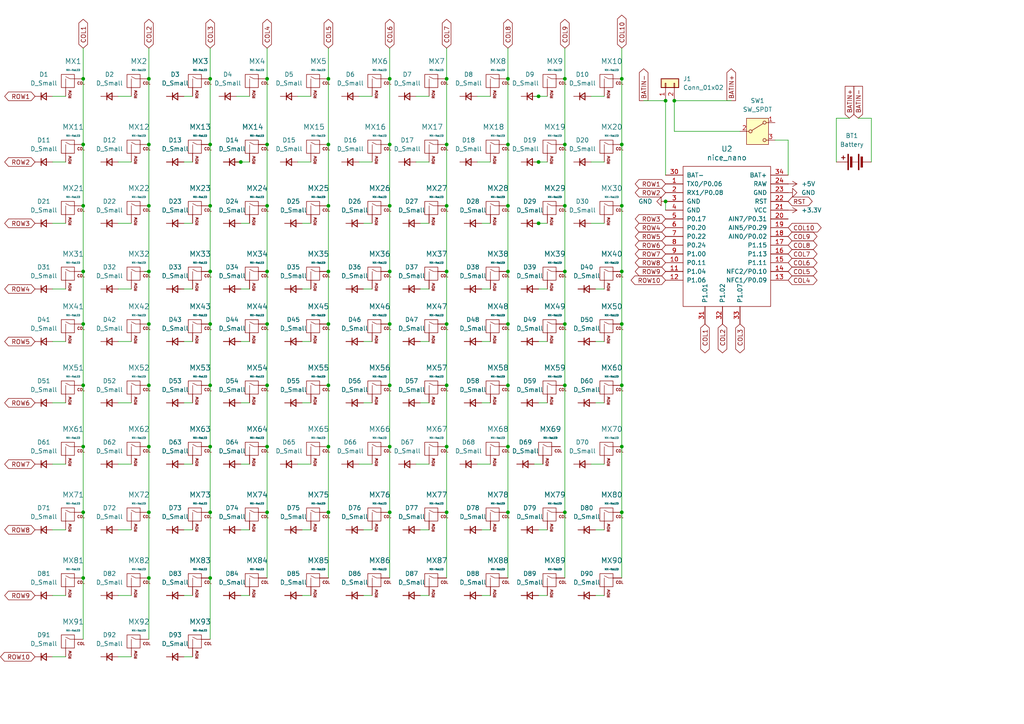
<source format=kicad_sch>
(kicad_sch (version 20231120) (generator "eeschema") (generator_version "8.0")
  (paper "A4")
  (junction (at 60.96 22.86))
  (junction (at 113.03 22.86))
  (junction (at 24.13 59.69))
  (junction (at 195.58 29.21))
  (junction (at 113.03 78.74))
  (junction (at 95.25 78.74))
  (junction (at 95.25 59.69))
  (junction (at 180.34 22.86))
  (junction (at 163.83 41.91))
  (junction (at 113.03 41.91))
  (junction (at 60.96 59.69))
  (junction (at 95.25 111.76))
  (junction (at 180.34 148.59))
  (junction (at 147.32 148.59))
  (junction (at 43.18 167.64))
  (junction (at 95.25 148.59))
  (junction (at 147.32 93.98))
  (junction (at 163.83 22.86))
  (junction (at 113.03 93.98))
  (junction (at 60.96 78.74))
  (junction (at 193.04 58.42))
  (junction (at 60.96 111.76))
  (junction (at 24.13 111.76))
  (junction (at 60.96 41.91))
  (junction (at 77.47 111.76))
  (junction (at 24.13 167.64))
  (junction (at 60.96 93.98))
  (junction (at 180.34 93.98))
  (junction (at 180.34 59.69))
  (junction (at 180.34 41.91))
  (junction (at 163.83 78.74))
  (junction (at 24.13 78.74))
  (junction (at 147.32 111.76))
  (junction (at 163.83 148.59))
  (junction (at 24.13 41.91))
  (junction (at 77.47 59.69))
  (junction (at 69.85 46.99))
  (junction (at 193.04 29.21))
  (junction (at 60.96 148.59))
  (junction (at 147.32 78.74))
  (junction (at 77.47 129.54))
  (junction (at 77.47 93.98))
  (junction (at 43.18 41.91))
  (junction (at 113.03 111.76))
  (junction (at 43.18 129.54))
  (junction (at 129.54 129.54))
  (junction (at 163.83 93.98))
  (junction (at 113.03 59.69))
  (junction (at 129.54 41.91))
  (junction (at 156.21 64.77))
  (junction (at 180.34 111.76))
  (junction (at 156.21 27.94))
  (junction (at 129.54 22.86))
  (junction (at 24.13 22.86))
  (junction (at 113.03 129.54))
  (junction (at 147.32 22.86))
  (junction (at 147.32 59.69))
  (junction (at 129.54 93.98))
  (junction (at 180.34 129.54))
  (junction (at 77.47 41.91))
  (junction (at 77.47 148.59))
  (junction (at 163.83 111.76))
  (junction (at 77.47 78.74))
  (junction (at 95.25 41.91))
  (junction (at 129.54 111.76))
  (junction (at 156.21 46.99))
  (junction (at 147.32 129.54))
  (junction (at 95.25 129.54))
  (junction (at 43.18 148.59))
  (junction (at 24.13 148.59))
  (junction (at 95.25 93.98))
  (junction (at 24.13 93.98))
  (junction (at 129.54 59.69))
  (junction (at 95.25 22.86))
  (junction (at 129.54 78.74))
  (junction (at 43.18 111.76))
  (junction (at 43.18 93.98))
  (junction (at 113.03 148.59))
  (junction (at 60.96 129.54))
  (junction (at 43.18 78.74))
  (junction (at 147.32 41.91))
  (junction (at 163.83 59.69))
  (junction (at 60.96 167.64))
  (junction (at 43.18 59.69))
  (junction (at 129.54 148.59))
  (junction (at 180.34 78.74))
  (junction (at 77.47 22.86))
  (junction (at 24.13 129.54))
  (junction (at 43.18 22.86))
  (wire (pts (xy 120.65 46.99) (xy 124.46 46.99)))
  (wire (pts (xy 15.24 99.06) (xy 19.05 99.06)))
  (wire (pts (xy 121.92 116.84) (xy 124.46 116.84)))
  (wire (pts (xy 95.25 93.98) (xy 95.25 111.76)))
  (wire (pts (xy 60.96 41.91) (xy 60.96 59.69)))
  (wire (pts (xy 113.03 78.74) (xy 113.03 93.98)))
  (wire (pts (xy 252.73 46.99) (xy 252.73 34.29)))
  (wire (pts (xy 129.54 59.69) (xy 129.54 78.74)))
  (wire (pts (xy 53.34 116.84) (xy 55.88 116.84)))
  (wire (pts (xy 113.03 41.91) (xy 113.03 59.69)))
  (wire (pts (xy 129.54 148.59) (xy 129.54 167.64)))
  (wire (pts (xy 24.13 41.91) (xy 24.13 59.69)))
  (wire (pts (xy 69.85 46.99) (xy 72.39 46.99)))
  (wire (pts (xy 193.04 29.21) (xy 193.04 50.8)))
  (wire (pts (xy 60.96 93.98) (xy 60.96 111.76)))
  (wire (pts (xy 53.34 27.94) (xy 55.88 27.94)))
  (wire (pts (xy 43.18 111.76) (xy 43.18 129.54)))
  (wire (pts (xy 147.32 93.98) (xy 147.32 111.76)))
  (wire (pts (xy 129.54 78.74) (xy 129.54 93.98)))
  (wire (pts (xy 195.58 38.1) (xy 214.63 38.1)))
  (wire (pts (xy 248.92 34.29) (xy 252.73 34.29)))
  (wire (pts (xy 113.03 129.54) (xy 113.03 148.59)))
  (wire (pts (xy 163.83 22.86) (xy 163.83 41.91)))
  (wire (pts (xy 121.92 99.06) (xy 124.46 99.06)))
  (wire (pts (xy 120.65 27.94) (xy 124.46 27.94)))
  (wire (pts (xy 15.24 153.67) (xy 19.05 153.67)))
  (wire (pts (xy 34.29 153.67) (xy 38.1 153.67)))
  (wire (pts (xy 156.21 172.72) (xy 158.75 172.72)))
  (wire (pts (xy 34.29 190.5) (xy 38.1 190.5)))
  (wire (pts (xy 43.18 13.97) (xy 43.18 22.86)))
  (wire (pts (xy 77.47 129.54) (xy 77.47 148.59)))
  (wire (pts (xy 95.25 13.97) (xy 95.25 22.86)))
  (wire (pts (xy 195.58 29.21) (xy 212.09 29.21)))
  (wire (pts (xy 15.24 190.5) (xy 19.05 190.5)))
  (wire (pts (xy 180.34 111.76) (xy 180.34 129.54)))
  (wire (pts (xy 180.34 59.69) (xy 180.34 78.74)))
  (wire (pts (xy 34.29 99.06) (xy 38.1 99.06)))
  (wire (pts (xy 77.47 13.97) (xy 77.47 22.86)))
  (wire (pts (xy 139.7 172.72) (xy 142.24 172.72)))
  (wire (pts (xy 113.03 22.86) (xy 113.03 41.91)))
  (wire (pts (xy 129.54 111.76) (xy 129.54 129.54)))
  (wire (pts (xy 43.18 78.74) (xy 43.18 93.98)))
  (wire (pts (xy 15.24 83.82) (xy 19.05 83.82)))
  (wire (pts (xy 43.18 41.91) (xy 43.18 59.69)))
  (wire (pts (xy 129.54 93.98) (xy 129.54 111.76)))
  (wire (pts (xy 34.29 46.99) (xy 38.1 46.99)))
  (wire (pts (xy 15.24 134.62) (xy 19.05 134.62)))
  (wire (pts (xy 53.34 134.62) (xy 55.88 134.62)))
  (wire (pts (xy 156.21 46.99) (xy 158.75 46.99)))
  (wire (pts (xy 53.34 83.82) (xy 55.88 83.82)))
  (wire (pts (xy 154.94 46.99) (xy 156.21 46.99)))
  (wire (pts (xy 69.85 116.84) (xy 72.39 116.84)))
  (wire (pts (xy 172.72 83.82) (xy 175.26 83.82)))
  (wire (pts (xy 77.47 41.91) (xy 77.47 59.69)))
  (wire (pts (xy 77.47 22.86) (xy 77.47 41.91)))
  (wire (pts (xy 104.14 27.94) (xy 107.95 27.94)))
  (wire (pts (xy 104.14 46.99) (xy 107.95 46.99)))
  (wire (pts (xy 60.96 111.76) (xy 60.96 129.54)))
  (wire (pts (xy 139.7 153.67) (xy 142.24 153.67)))
  (wire (pts (xy 121.92 153.67) (xy 124.46 153.67)))
  (wire (pts (xy 77.47 78.74) (xy 77.47 93.98)))
  (wire (pts (xy 172.72 172.72) (xy 175.26 172.72)))
  (wire (pts (xy 43.18 148.59) (xy 43.18 167.64)))
  (wire (pts (xy 15.24 46.99) (xy 19.05 46.99)))
  (wire (pts (xy 129.54 13.97) (xy 129.54 22.86)))
  (wire (pts (xy 95.25 41.91) (xy 95.25 59.69)))
  (wire (pts (xy 43.18 59.69) (xy 43.18 78.74)))
  (wire (pts (xy 34.29 27.94) (xy 38.1 27.94)))
  (wire (pts (xy 68.58 27.94) (xy 72.39 27.94)))
  (wire (pts (xy 53.34 64.77) (xy 55.88 64.77)))
  (wire (pts (xy 105.41 172.72) (xy 107.95 172.72)))
  (wire (pts (xy 43.18 167.64) (xy 43.18 185.42)))
  (wire (pts (xy 86.36 134.62) (xy 90.17 134.62)))
  (wire (pts (xy 95.25 22.86) (xy 95.25 41.91)))
  (wire (pts (xy 24.13 22.86) (xy 24.13 41.91)))
  (wire (pts (xy 69.85 153.67) (xy 72.39 153.67)))
  (wire (pts (xy 60.96 78.74) (xy 60.96 93.98)))
  (wire (pts (xy 77.47 148.59) (xy 77.47 167.64)))
  (wire (pts (xy 228.6 40.64) (xy 228.6 50.8)))
  (wire (pts (xy 24.13 78.74) (xy 24.13 93.98)))
  (wire (pts (xy 24.13 167.64) (xy 24.13 185.42)))
  (wire (pts (xy 156.21 83.82) (xy 158.75 83.82)))
  (wire (pts (xy 34.29 64.77) (xy 38.1 64.77)))
  (wire (pts (xy 87.63 116.84) (xy 90.17 116.84)))
  (wire (pts (xy 139.7 64.77) (xy 142.24 64.77)))
  (wire (pts (xy 53.34 46.99) (xy 55.88 46.99)))
  (wire (pts (xy 53.34 190.5) (xy 55.88 190.5)))
  (wire (pts (xy 242.57 46.99) (xy 242.57 34.29)))
  (wire (pts (xy 69.85 172.72) (xy 72.39 172.72)))
  (wire (pts (xy 53.34 99.06) (xy 55.88 99.06)))
  (wire (pts (xy 86.36 27.94) (xy 90.17 27.94)))
  (wire (pts (xy 147.32 13.97) (xy 147.32 22.86)))
  (wire (pts (xy 105.41 64.77) (xy 107.95 64.77)))
  (wire (pts (xy 121.92 64.77) (xy 124.46 64.77)))
  (wire (pts (xy 156.21 27.94) (xy 158.75 27.94)))
  (wire (pts (xy 15.24 27.94) (xy 19.05 27.94)))
  (wire (pts (xy 147.32 111.76) (xy 147.32 129.54)))
  (wire (pts (xy 24.13 13.97) (xy 24.13 22.86)))
  (wire (pts (xy 77.47 111.76) (xy 77.47 129.54)))
  (wire (pts (xy 69.85 83.82) (xy 72.39 83.82)))
  (wire (pts (xy 104.14 134.62) (xy 107.95 134.62)))
  (wire (pts (xy 34.29 134.62) (xy 38.1 134.62)))
  (wire (pts (xy 129.54 129.54) (xy 129.54 148.59)))
  (wire (pts (xy 186.69 29.21) (xy 193.04 29.21)))
  (wire (pts (xy 60.96 167.64) (xy 60.96 185.42)))
  (wire (pts (xy 34.29 116.84) (xy 38.1 116.84)))
  (wire (pts (xy 105.41 99.06) (xy 107.95 99.06)))
  (wire (pts (xy 77.47 93.98) (xy 77.47 111.76)))
  (wire (pts (xy 163.83 148.59) (xy 163.83 167.64)))
  (wire (pts (xy 87.63 99.06) (xy 90.17 99.06)))
  (wire (pts (xy 68.58 46.99) (xy 69.85 46.99)))
  (wire (pts (xy 156.21 64.77) (xy 158.75 64.77)))
  (wire (pts (xy 24.13 59.69) (xy 24.13 78.74)))
  (wire (pts (xy 147.32 22.86) (xy 147.32 41.91)))
  (wire (pts (xy 129.54 22.86) (xy 129.54 41.91)))
  (wire (pts (xy 129.54 41.91) (xy 129.54 59.69)))
  (wire (pts (xy 195.58 29.21) (xy 195.58 38.1)))
  (wire (pts (xy 15.24 64.77) (xy 19.05 64.77)))
  (wire (pts (xy 113.03 13.97) (xy 113.03 22.86)))
  (wire (pts (xy 15.24 172.72) (xy 19.05 172.72)))
  (wire (pts (xy 163.83 111.76) (xy 163.83 148.59)))
  (wire (pts (xy 138.43 27.94) (xy 142.24 27.94)))
  (wire (pts (xy 156.21 116.84) (xy 158.75 116.84)))
  (wire (pts (xy 53.34 172.72) (xy 55.88 172.72)))
  (wire (pts (xy 87.63 83.82) (xy 90.17 83.82)))
  (wire (pts (xy 43.18 93.98) (xy 43.18 111.76)))
  (wire (pts (xy 180.34 41.91) (xy 180.34 59.69)))
  (wire (pts (xy 105.41 83.82) (xy 107.95 83.82)))
  (wire (pts (xy 105.41 153.67) (xy 107.95 153.67)))
  (wire (pts (xy 138.43 134.62) (xy 142.24 134.62)))
  (wire (pts (xy 34.29 83.82) (xy 38.1 83.82)))
  (wire (pts (xy 147.32 148.59) (xy 147.32 167.64)))
  (wire (pts (xy 95.25 129.54) (xy 95.25 148.59)))
  (wire (pts (xy 87.63 172.72) (xy 90.17 172.72)))
  (wire (pts (xy 139.7 116.84) (xy 142.24 116.84)))
  (wire (pts (xy 147.32 129.54) (xy 147.32 148.59)))
  (wire (pts (xy 163.83 59.69) (xy 163.83 78.74)))
  (wire (pts (xy 93.98 59.69) (xy 95.25 59.69)))
  (wire (pts (xy 180.34 148.59) (xy 180.34 167.64)))
  (wire (pts (xy 86.36 46.99) (xy 90.17 46.99)))
  (wire (pts (xy 147.32 59.69) (xy 147.32 78.74)))
  (wire (pts (xy 69.85 134.62) (xy 72.39 134.62)))
  (wire (pts (xy 163.83 13.97) (xy 163.83 22.86)))
  (wire (pts (xy 34.29 172.72) (xy 38.1 172.72)))
  (wire (pts (xy 53.34 153.67) (xy 55.88 153.67)))
  (wire (pts (xy 77.47 59.69) (xy 77.47 78.74)))
  (wire (pts (xy 180.34 13.97) (xy 180.34 22.86)))
  (wire (pts (xy 163.83 93.98) (xy 163.83 111.76)))
  (wire (pts (xy 180.34 129.54) (xy 180.34 148.59)))
  (wire (pts (xy 60.96 13.97) (xy 60.96 22.86)))
  (wire (pts (xy 154.94 134.62) (xy 157.48 134.62)))
  (wire (pts (xy 154.94 27.94) (xy 156.21 27.94)))
  (wire (pts (xy 24.13 93.98) (xy 24.13 111.76)))
  (wire (pts (xy 24.13 129.54) (xy 24.13 148.59)))
  (wire (pts (xy 113.03 93.98) (xy 113.03 111.76)))
  (wire (pts (xy 163.83 41.91) (xy 163.83 59.69)))
  (wire (pts (xy 41.91 78.74) (xy 43.18 78.74)))
  (wire (pts (xy 113.03 59.69) (xy 113.03 78.74)))
  (wire (pts (xy 60.96 148.59) (xy 60.96 167.64)))
  (wire (pts (xy 60.96 59.69) (xy 60.96 78.74)))
  (wire (pts (xy 24.13 111.76) (xy 24.13 129.54)))
  (wire (pts (xy 105.41 116.84) (xy 107.95 116.84)))
  (wire (pts (xy 43.18 22.86) (xy 43.18 41.91)))
  (wire (pts (xy 156.21 99.06) (xy 158.75 99.06)))
  (wire (pts (xy 121.92 172.72) (xy 124.46 172.72)))
  (wire (pts (xy 95.25 78.74) (xy 95.25 93.98)))
  (wire (pts (xy 171.45 64.77) (xy 175.26 64.77)))
  (wire (pts (xy 156.21 153.67) (xy 158.75 153.67)))
  (wire (pts (xy 60.96 129.54) (xy 60.96 148.59)))
  (wire (pts (xy 180.34 93.98) (xy 180.34 111.76)))
  (wire (pts (xy 60.96 22.86) (xy 60.96 41.91)))
  (wire (pts (xy 139.7 99.06) (xy 142.24 99.06)))
  (wire (pts (xy 95.25 111.76) (xy 95.25 129.54)))
  (wire (pts (xy 147.32 41.91) (xy 147.32 59.69)))
  (wire (pts (xy 95.25 148.59) (xy 95.25 167.64)))
  (wire (pts (xy 147.32 78.74) (xy 147.32 93.98)))
  (wire (pts (xy 172.72 116.84) (xy 175.26 116.84)))
  (wire (pts (xy 138.43 46.99) (xy 142.24 46.99)))
  (wire (pts (xy 95.25 59.69) (xy 95.25 78.74)))
  (wire (pts (xy 171.45 27.94) (xy 175.26 27.94)))
  (wire (pts (xy 242.57 34.29) (xy 246.38 34.29)))
  (wire (pts (xy 172.72 99.06) (xy 175.26 99.06)))
  (wire (pts (xy 69.85 99.06) (xy 72.39 99.06)))
  (wire (pts (xy 69.85 64.77) (xy 72.39 64.77)))
  (wire (pts (xy 154.94 64.77) (xy 156.21 64.77)))
  (wire (pts (xy 87.63 64.77) (xy 90.17 64.77)))
  (wire (pts (xy 120.65 134.62) (xy 124.46 134.62)))
  (wire (pts (xy 172.72 153.67) (xy 175.26 153.67)))
  (wire (pts (xy 139.7 83.82) (xy 142.24 83.82)))
  (wire (pts (xy 121.92 83.82) (xy 124.46 83.82)))
  (wire (pts (xy 224.79 40.64) (xy 228.6 40.64)))
  (wire (pts (xy 180.34 78.74) (xy 180.34 93.98)))
  (wire (pts (xy 87.63 153.67) (xy 90.17 153.67)))
  (wire (pts (xy 171.45 46.99) (xy 175.26 46.99)))
  (wire (pts (xy 171.45 134.62) (xy 175.26 134.62)))
  (wire (pts (xy 43.18 129.54) (xy 43.18 148.59)))
  (wire (pts (xy 15.24 116.84) (xy 19.05 116.84)))
  (wire (pts (xy 113.03 148.59) (xy 113.03 167.64)))
  (wire (pts (xy 113.03 111.76) (xy 113.03 129.54)))
  (wire (pts (xy 163.83 78.74) (xy 163.83 93.98)))
  (wire (pts (xy 193.04 58.42) (xy 193.04 60.96)))
  (wire (pts (xy 24.13 148.59) (xy 24.13 167.64)))
  (wire (pts (xy 180.34 22.86) (xy 180.34 41.91)))
  (global_label "BATIN-" (shape input) (at 248.92 34.29 90) (property "Intersheetrefs" "${INTERSHEET_REFS}" (effects (hide yes))))
  (global_label "ROW7" (shape bidirectional) (at 193.04 73.66 180) (property "Intersheetrefs" "${INTERSHEET_REFS}" (effects (hide yes))))
  (global_label "COL10" (shape bidirectional) (at 180.34 13.97 90) (property "Intersheetrefs" "${INTERSHEET_REFS}" (effects (hide yes))))
  (global_label "ROW3" (shape bidirectional) (at 193.04 63.5 180) (property "Intersheetrefs" "${INTERSHEET_REFS}" (effects (hide yes))))
  (global_label "COL8" (shape bidirectional) (at 147.32 13.97 90) (property "Intersheetrefs" "${INTERSHEET_REFS}" (effects (hide yes))))
  (global_label "ROW1" (shape bidirectional) (at 193.04 53.34 180) (property "Intersheetrefs" "${INTERSHEET_REFS}" (effects (hide yes))))
  (global_label "COL9" (shape bidirectional) (at 163.83 13.97 90) (property "Intersheetrefs" "${INTERSHEET_REFS}" (effects (hide yes))))
  (global_label "ROW1" (shape bidirectional) (at 10.16 27.94 180) (property "Intersheetrefs" "${INTERSHEET_REFS}" (effects (hide yes))))
  (global_label "ROW2" (shape bidirectional) (at 10.16 46.99 180) (property "Intersheetrefs" "${INTERSHEET_REFS}" (effects (hide yes))))
  (global_label "ROW6" (shape bidirectional) (at 10.16 116.84 180) (property "Intersheetrefs" "${INTERSHEET_REFS}" (effects (hide yes))))
  (global_label "BATIN+" (shape output) (at 212.09 29.21 90) (property "Intersheetrefs" "${INTERSHEET_REFS}" (effects (hide yes))))
  (global_label "ROW9" (shape bidirectional) (at 193.04 78.74 180) (property "Intersheetrefs" "${INTERSHEET_REFS}" (effects (hide yes))))
  (global_label "COL8" (shape bidirectional) (at 228.6 71.12 0) (property "Intersheetrefs" "${INTERSHEET_REFS}" (effects (hide yes))))
  (global_label "ROW4" (shape bidirectional) (at 193.04 66.04 180) (property "Intersheetrefs" "${INTERSHEET_REFS}" (effects (hide yes))))
  (global_label "BATIN+" (shape input) (at 246.38 34.29 90) (property "Intersheetrefs" "${INTERSHEET_REFS}" (effects (hide yes))))
  (global_label "COL5" (shape bidirectional) (at 228.6 78.74 0) (property "Intersheetrefs" "${INTERSHEET_REFS}" (effects (hide yes))))
  (global_label "COL4" (shape bidirectional) (at 77.47 13.97 90) (property "Intersheetrefs" "${INTERSHEET_REFS}" (effects (hide yes))))
  (global_label "COL5" (shape bidirectional) (at 95.25 13.97 90) (property "Intersheetrefs" "${INTERSHEET_REFS}" (effects (hide yes))))
  (global_label "ROW8" (shape bidirectional) (at 193.04 76.2 180) (property "Intersheetrefs" "${INTERSHEET_REFS}" (effects (hide yes))))
  (global_label "COL4" (shape bidirectional) (at 228.6 81.28 0) (property "Intersheetrefs" "${INTERSHEET_REFS}" (effects (hide yes))))
  (global_label "COL6" (shape bidirectional) (at 228.6 76.2 0) (property "Intersheetrefs" "${INTERSHEET_REFS}" (effects (hide yes))))
  (global_label "ROW6" (shape bidirectional) (at 193.04 71.12 180) (property "Intersheetrefs" "${INTERSHEET_REFS}" (effects (hide yes))))
  (global_label "COL6" (shape bidirectional) (at 113.03 13.97 90) (property "Intersheetrefs" "${INTERSHEET_REFS}" (effects (hide yes))))
  (global_label "COL7" (shape bidirectional) (at 129.54 13.97 90) (property "Intersheetrefs" "${INTERSHEET_REFS}" (effects (hide yes))))
  (global_label "BATIN-" (shape output) (at 186.69 29.21 90) (property "Intersheetrefs" "${INTERSHEET_REFS}" (effects (hide yes))))
  (global_label "RST" (shape bidirectional) (at 228.6 58.42 0) (property "Intersheetrefs" "${INTERSHEET_REFS}" (effects (hide yes))))
  (global_label "ROW9" (shape bidirectional) (at 10.16 172.72 180) (property "Intersheetrefs" "${INTERSHEET_REFS}" (effects (hide yes))))
  (global_label "ROW4" (shape bidirectional) (at 10.16 83.82 180) (property "Intersheetrefs" "${INTERSHEET_REFS}" (effects (hide yes))))
  (global_label "COL1" (shape bidirectional) (at 24.13 13.97 90) (property "Intersheetrefs" "${INTERSHEET_REFS}" (effects (hide yes))))
  (global_label "COL1" (shape bidirectional) (at 204.47 93.98 270) (property "Intersheetrefs" "${INTERSHEET_REFS}" (effects (hide yes))))
  (global_label "COL3" (shape bidirectional) (at 60.96 13.97 90) (property "Intersheetrefs" "${INTERSHEET_REFS}" (effects (hide yes))))
  (global_label "ROW10" (shape bidirectional) (at 193.04 81.28 180) (property "Intersheetrefs" "${INTERSHEET_REFS}" (effects (hide yes))))
  (global_label "ROW7" (shape bidirectional) (at 10.16 134.62 180) (property "Intersheetrefs" "${INTERSHEET_REFS}" (effects (hide yes))))
  (global_label "ROW3" (shape bidirectional) (at 10.16 64.77 180) (property "Intersheetrefs" "${INTERSHEET_REFS}" (effects (hide yes))))
  (global_label "ROW5" (shape bidirectional) (at 193.04 68.58 180) (property "Intersheetrefs" "${INTERSHEET_REFS}" (effects (hide yes))))
  (global_label "COL2" (shape bidirectional) (at 43.18 13.97 90) (property "Intersheetrefs" "${INTERSHEET_REFS}" (effects (hide yes))))
  (global_label "COL7" (shape bidirectional) (at 228.6 73.66 0) (property "Intersheetrefs" "${INTERSHEET_REFS}" (effects (hide yes))))
  (global_label "ROW10" (shape bidirectional) (at 10.16 190.5 180) (property "Intersheetrefs" "${INTERSHEET_REFS}" (effects (hide yes))))
  (global_label "ROW8" (shape bidirectional) (at 10.16 153.67 180) (property "Intersheetrefs" "${INTERSHEET_REFS}" (effects (hide yes))))
  (global_label "COL9" (shape bidirectional) (at 228.6 68.58 0) (property "Intersheetrefs" "${INTERSHEET_REFS}" (effects (hide yes))))
  (global_label "COL2" (shape bidirectional) (at 209.55 93.98 270) (property "Intersheetrefs" "${INTERSHEET_REFS}" (effects (hide yes))))
  (global_label "COL3" (shape bidirectional) (at 214.63 93.98 270) (property "Intersheetrefs" "${INTERSHEET_REFS}" (effects (hide yes))))
  (global_label "ROW5" (shape bidirectional) (at 10.16 99.06 180) (property "Intersheetrefs" "${INTERSHEET_REFS}" (effects (hide yes))))
  (global_label "ROW2" (shape bidirectional) (at 193.04 55.88 180) (property "Intersheetrefs" "${INTERSHEET_REFS}" (effects (hide yes))))
  (global_label "COL10" (shape bidirectional) (at 228.6 66.04 0) (property "Intersheetrefs" "${INTERSHEET_REFS}" (effects (hide yes))))
  (symbol (lib_id "Device:D_Small") (at 170.18 172.72 0) (unit 1)
    (property "Reference" "D90" (at 170.18 166.37 0))
    (property "Value" "D_Small" (at 170.18 168.91 0))
    (property "Footprint" "Diode_SMD:D_SOD-123" (effects (hide yes)))
    (property "Description" "Diode, small symbol" (effects (hide yes)))
    (property "Sim.Device" "D" (effects (hide yes)))
    (property "Sim.Pins" "1=K 2=A" (effects (hide yes)))
  )
  (symbol (lib_id "Device:D_Small") (at 31.75 190.5 0) (unit 1)
    (property "Reference" "D92" (at 31.75 184.15 0))
    (property "Value" "D_Small" (at 31.75 186.69 0))
    (property "Footprint" "Diode_SMD:D_SOD-123" (effects (hide yes)))
    (property "Description" "Diode, small symbol" (effects (hide yes)))
    (property "Sim.Device" "D" (effects (hide yes)))
    (property "Sim.Pins" "1=K 2=A" (effects (hide yes)))
  )
  (symbol (lib_id "Device:D_Small") (at 31.75 64.77 0) (unit 1)
    (property "Reference" "D22" (at 31.75 58.42 0))
    (property "Value" "D_Small" (at 31.75 60.96 0))
    (property "Footprint" "Diode_SMD:D_SOD-123" (effects (hide yes)))
    (property "Description" "Diode, small symbol" (effects (hide yes)))
    (property "Sim.Device" "D" (effects (hide yes)))
    (property "Sim.Pins" "1=K 2=A" (effects (hide yes)))
  )
  (symbol (lib_id "Keyboard parts:MX-NoLED") (at 91.44 130.81 0) (unit 1)
    (property "Reference" "MX65" (at 92.3352 124.46 0) (effects (font (size 1.524 1.524))))
    (property "Value" "MX-NoLED" (at 92.3352 127 0) (effects (font (size 0.508 0.508))))
    (property "Footprint" "PCM_Switch_Keyboard_Hotswap_Kailh:SW_Hotswap_Kailh_MX_1.00u_3d" (effects (hide yes)))
    (property "MPN" "CPG151101S11-16" (effects (hide yes)))
  )
  (symbol (lib_id "Device:D_Small") (at 119.38 116.84 0) (unit 1)
    (property "Reference" "D57" (at 119.38 110.49 0))
    (property "Value" "D_Small" (at 119.38 113.03 0))
    (property "Footprint" "Diode_SMD:D_SOD-123" (effects (hide yes)))
    (property "Description" "Diode, small symbol" (effects (hide yes)))
    (property "Sim.Device" "D" (effects (hide yes)))
    (property "Sim.Pins" "1=K 2=A" (effects (hide yes)))
  )
  (symbol (lib_id "Keyboard parts:MX-NoLED") (at 91.44 95.25 0) (unit 1)
    (property "Reference" "MX45" (at 92.3352 88.9 0) (effects (font (size 1.524 1.524))))
    (property "Value" "MX-NoLED" (at 92.3352 91.44 0) (effects (font (size 0.508 0.508))))
    (property "Footprint" "PCM_Switch_Keyboard_Hotswap_Kailh:SW_Hotswap_Kailh_MX_1.00u_3d" (effects (hide yes)))
    (property "MPN" "CPG151101S11-16" (effects (hide yes)))
  )
  (symbol (lib_id "Keyboard parts:MX-NoLED") (at 91.44 168.91 0) (unit 1)
    (property "Reference" "MX85" (at 92.3352 162.56 0) (effects (font (size 1.524 1.524))))
    (property "Value" "MX-NoLED" (at 92.3352 165.1 0) (effects (font (size 0.508 0.508))))
    (property "Footprint" "PCM_Switch_Keyboard_Hotswap_Kailh:SW_Hotswap_Kailh_MX_1.00u_3d" (effects (hide yes)))
    (property "MPN" "CPG151101S11-16" (effects (hide yes)))
  )
  (symbol (lib_id "Keyboard parts:MX-NoLED") (at 160.02 24.13 0) (unit 1)
    (property "Reference" "MX9" (at 160.9152 17.78 0) (effects (font (size 1.524 1.524))))
    (property "Value" "MX-NoLED" (at 160.9152 20.32 0) (effects (font (size 0.508 0.508))))
    (property "Footprint" "PCM_Switch_Keyboard_Hotswap_Kailh:SW_Hotswap_Kailh_MX_1.00u_3d" (effects (hide yes)))
    (property "MPN" "CPG151101S11-16" (effects (hide yes)))
  )
  (symbol (lib_id "Device:D_Small") (at 168.91 46.99 0) (unit 1)
    (property "Reference" "D20" (at 168.91 40.64 0))
    (property "Value" "D_Small" (at 168.91 43.18 0))
    (property "Footprint" "Diode_SMD:D_SOD-123" (effects (hide yes)))
    (property "Description" "Diode, small symbol" (effects (hide yes)))
    (property "Sim.Device" "D" (effects (hide yes)))
    (property "Sim.Pins" "1=K 2=A" (effects (hide yes)))
  )
  (symbol (lib_id "Device:D_Small") (at 153.67 153.67 0) (unit 1)
    (property "Reference" "D79" (at 153.67 147.32 0))
    (property "Value" "D_Small" (at 153.67 149.86 0))
    (property "Footprint" "Diode_SMD:D_SOD-123" (effects (hide yes)))
    (property "Description" "Diode, small symbol" (effects (hide yes)))
    (property "Sim.Device" "D" (effects (hide yes)))
    (property "Sim.Pins" "1=K 2=A" (effects (hide yes)))
  )
  (symbol (lib_id "Device:D_Small") (at 12.7 83.82 0) (unit 1)
    (property "Reference" "D31" (at 12.7 77.47 0))
    (property "Value" "D_Small" (at 12.7 80.01 0))
    (property "Footprint" "Diode_SMD:D_SOD-123" (effects (hide yes)))
    (property "Description" "Diode, small symbol" (effects (hide yes)))
    (property "Sim.Device" "D" (effects (hide yes)))
    (property "Sim.Pins" "1=K 2=A" (effects (hide yes)))
  )
  (symbol (lib_id "Keyboard parts:MX-NoLED") (at 109.22 168.91 0) (unit 1)
    (property "Reference" "MX86" (at 110.1152 162.56 0) (effects (font (size 1.524 1.524))))
    (property "Value" "MX-NoLED" (at 110.1152 165.1 0) (effects (font (size 0.508 0.508))))
    (property "Footprint" "PCM_Switch_Keyboard_Hotswap_Kailh:SW_Hotswap_Kailh_MX_1.00u_3d" (effects (hide yes)))
    (property "MPN" "CPG151101S11-16" (effects (hide yes)))
  )
  (symbol (lib_id "Device:D_Small") (at 85.09 99.06 0) (unit 1)
    (property "Reference" "D45" (at 85.09 92.71 0))
    (property "Value" "D_Small" (at 85.09 95.25 0))
    (property "Footprint" "Diode_SMD:D_SOD-123" (effects (hide yes)))
    (property "Description" "Diode, small symbol" (effects (hide yes)))
    (property "Sim.Device" "D" (effects (hide yes)))
    (property "Sim.Pins" "1=K 2=A" (effects (hide yes)))
  )
  (symbol (lib_id "Keyboard parts:MX-NoLED") (at 39.37 149.86 0) (unit 1)
    (property "Reference" "MX72" (at 40.2652 143.51 0) (effects (font (size 1.524 1.524))))
    (property "Value" "MX-NoLED" (at 40.2652 146.05 0) (effects (font (size 0.508 0.508))))
    (property "Footprint" "PCM_Switch_Keyboard_Hotswap_Kailh:SW_Hotswap_Kailh_MX_1.00u_3d" (effects (hide yes)))
    (property "MPN" "CPG151101S11-16" (effects (hide yes)))
  )
  (symbol (lib_id "Device:D_Small") (at 50.8 116.84 0) (unit 1)
    (property "Reference" "D53" (at 50.8 110.49 0))
    (property "Value" "D_Small" (at 50.8 113.03 0))
    (property "Footprint" "Diode_SMD:D_SOD-123" (effects (hide yes)))
    (property "Description" "Diode, small symbol" (effects (hide yes)))
    (property "Sim.Device" "D" (effects (hide yes)))
    (property "Sim.Pins" "1=K 2=A" (effects (hide yes)))
  )
  (symbol (lib_id "Device:D_Small") (at 12.7 99.06 0) (unit 1)
    (property "Reference" "D41" (at 12.7 92.71 0))
    (property "Value" "D_Small" (at 12.7 95.25 0))
    (property "Footprint" "Diode_SMD:D_SOD-123" (effects (hide yes)))
    (property "Description" "Diode, small symbol" (effects (hide yes)))
    (property "Sim.Device" "D" (effects (hide yes)))
    (property "Sim.Pins" "1=K 2=A" (effects (hide yes)))
  )
  (symbol (lib_id "nice!nano:nice_nano") (at 210.82 67.31 0) (unit 1)
    (property "Reference" "U2" (at 210.82 43.18 0) (effects (font (size 1.524 1.524))))
    (property "Value" "nice_nano" (at 210.82 45.72 0) (effects (font (size 1.524 1.524))))
    (property "Footprint" "nice-nano-kicad-23a94946de4130c5c999a205fb6eb5add68c8ebe:nice_nano" (effects (hide yes)))
  )
  (symbol (lib_id "Keyboard parts:MX-NoLED") (at 143.51 24.13 0) (unit 1)
    (property "Reference" "MX8" (at 144.4052 17.78 0) (effects (font (size 1.524 1.524))))
    (property "Value" "MX-NoLED" (at 144.4052 20.32 0) (effects (font (size 0.508 0.508))))
    (property "Footprint" "PCM_Switch_Keyboard_Hotswap_Kailh:SW_Hotswap_Kailh_MX_1.00u_3d" (effects (hide yes)))
    (property "MPN" "CPG151101S11-16" (effects (hide yes)))
  )
  (symbol (lib_id "Keyboard parts:MX-NoLED") (at 143.51 80.01 0) (unit 1)
    (property "Reference" "MX38" (at 144.4052 73.66 0) (effects (font (size 1.524 1.524))))
    (property "Value" "MX-NoLED" (at 144.4052 76.2 0) (effects (font (size 0.508 0.508))))
    (property "Footprint" "PCM_Switch_Keyboard_Hotswap_Kailh:SW_Hotswap_Kailh_MX_1.00u_3d" (effects (hide yes)))
    (property "MPN" "CPG151101S11-16" (effects (hide yes)))
  )
  (symbol (lib_id "power:+5V") (at 228.6 53.34 270) (unit 1)
    (property "Reference" "#PWR04" (effects (hide yes)))
    (property "Value" "+5V" (at 232.41 53.3399 90) (effects (justify left)))
    (property "Description" "Power symbol creates a global label with name \"+5V\"" (effects (hide yes)))
  )
  (symbol (lib_id "Keyboard parts:MX-NoLED") (at 160.02 43.18 0) (unit 1)
    (property "Reference" "MX19" (at 160.9152 36.83 0) (effects (font (size 1.524 1.524))))
    (property "Value" "MX-NoLED" (at 160.9152 39.37 0) (effects (font (size 0.508 0.508))))
    (property "Footprint" "PCM_Switch_Keyboard_Hotswap_Kailh:SW_Hotswap_Kailh_MX_1.00u_3d" (effects (hide yes)))
    (property "MPN" "CPG151101S11-16" (effects (hide yes)))
  )
  (symbol (lib_id "Keyboard parts:MX-NoLED") (at 109.22 95.25 0) (unit 1)
    (property "Reference" "MX46" (at 110.1152 88.9 0) (effects (font (size 1.524 1.524))))
    (property "Value" "MX-NoLED" (at 110.1152 91.44 0) (effects (font (size 0.508 0.508))))
    (property "Footprint" "PCM_Switch_Keyboard_Hotswap_Kailh:SW_Hotswap_Kailh_MX_1.00u_3d" (effects (hide yes)))
    (property "MPN" "CPG151101S11-16" (effects (hide yes)))
  )
  (symbol (lib_id "Keyboard parts:MX-NoLED") (at 176.53 95.25 0) (unit 1)
    (property "Reference" "MX50" (at 177.4252 88.9 0) (effects (font (size 1.524 1.524))))
    (property "Value" "MX-NoLED" (at 177.4252 91.44 0) (effects (font (size 0.508 0.508))))
    (property "Footprint" "PCM_Switch_Keyboard_Hotswap_Kailh:SW_Hotswap_Kailh_MX_1.00u_3d" (effects (hide yes)))
    (property "MPN" "CPG151101S11-16" (effects (hide yes)))
  )
  (symbol (lib_id "Device:D_Small") (at 135.89 46.99 0) (unit 1)
    (property "Reference" "D18" (at 135.89 40.64 0))
    (property "Value" "D_Small" (at 135.89 43.18 0))
    (property "Footprint" "Diode_SMD:D_SOD-123" (effects (hide yes)))
    (property "Description" "Diode, small symbol" (effects (hide yes)))
    (property "Sim.Device" "D" (effects (hide yes)))
    (property "Sim.Pins" "1=K 2=A" (effects (hide yes)))
  )
  (symbol (lib_id "Device:D_Small") (at 102.87 153.67 0) (unit 1)
    (property "Reference" "D76" (at 102.87 147.32 0))
    (property "Value" "D_Small" (at 102.87 149.86 0))
    (property "Footprint" "Diode_SMD:D_SOD-123" (effects (hide yes)))
    (property "Description" "Diode, small symbol" (effects (hide yes)))
    (property "Sim.Device" "D" (effects (hide yes)))
    (property "Sim.Pins" "1=K 2=A" (effects (hide yes)))
  )
  (symbol (lib_id "Keyboard parts:MX-NoLED") (at 160.02 80.01 0) (unit 1)
    (property "Reference" "MX39" (at 160.9152 73.66 0) (effects (font (size 1.524 1.524))))
    (property "Value" "MX-NoLED" (at 160.9152 76.2 0) (effects (font (size 0.508 0.508))))
    (property "Footprint" "PCM_Switch_Keyboard_Hotswap_Kailh:SW_Hotswap_Kailh_MX_1.00u_3d" (effects (hide yes)))
    (property "MPN" "CPG151101S11-16" (effects (hide yes)))
  )
  (symbol (lib_id "Device:D_Small") (at 135.89 27.94 0) (unit 1)
    (property "Reference" "D8" (at 135.89 21.59 0))
    (property "Value" "D_Small" (at 135.89 24.13 0))
    (property "Footprint" "Diode_SMD:D_SOD-123" (effects (hide yes)))
    (property "Description" "Diode, small symbol" (effects (hide yes)))
    (property "Sim.Device" "D" (effects (hide yes)))
    (property "Sim.Pins" "1=K 2=A" (effects (hide yes)))
  )
  (symbol (lib_id "Keyboard parts:MX-NoLED") (at 73.66 60.96 0) (unit 1)
    (property "Reference" "MX24" (at 74.5552 54.61 0) (effects (font (size 1.524 1.524))))
    (property "Value" "MX-NoLED" (at 74.5552 57.15 0) (effects (font (size 0.508 0.508))))
    (property "Footprint" "PCM_Switch_Keyboard_Hotswap_Kailh:SW_Hotswap_Kailh_MX_1.00u_3d" (effects (hide yes)))
    (property "MPN" "CPG151101S11-16" (effects (hide yes)))
  )
  (symbol (lib_id "Keyboard parts:MX-NoLED") (at 73.66 130.81 0) (unit 1)
    (property "Reference" "MX64" (at 74.5552 124.46 0) (effects (font (size 1.524 1.524))))
    (property "Value" "MX-NoLED" (at 74.5552 127 0) (effects (font (size 0.508 0.508))))
    (property "Footprint" "PCM_Switch_Keyboard_Hotswap_Kailh:SW_Hotswap_Kailh_MX_1.00u_3d" (effects (hide yes)))
    (property "MPN" "CPG151101S11-16" (effects (hide yes)))
  )
  (symbol (lib_id "Device:D_Small") (at 118.11 46.99 0) (unit 1)
    (property "Reference" "D17" (at 118.11 40.64 0))
    (property "Value" "D_Small" (at 118.11 43.18 0))
    (property "Footprint" "Diode_SMD:D_SOD-123" (effects (hide yes)))
    (property "Description" "Diode, small symbol" (effects (hide yes)))
    (property "Sim.Device" "D" (effects (hide yes)))
    (property "Sim.Pins" "1=K 2=A" (effects (hide yes)))
  )
  (symbol (lib_id "Keyboard parts:MX-NoLED") (at 109.22 24.13 0) (unit 1)
    (property "Reference" "MX6" (at 110.1152 17.78 0) (effects (font (size 1.524 1.524))))
    (property "Value" "MX-NoLED" (at 110.1152 20.32 0) (effects (font (size 0.508 0.508))))
    (property "Footprint" "PCM_Switch_Keyboard_Hotswap_Kailh:SW_Hotswap_Kailh_MX_1.00u_3d" (effects (hide yes)))
    (property "MPN" "CPG151101S11-16" (effects (hide yes)))
  )
  (symbol (lib_id "Keyboard parts:MX-NoLED") (at 73.66 95.25 0) (unit 1)
    (property "Reference" "MX44" (at 74.5552 88.9 0) (effects (font (size 1.524 1.524))))
    (property "Value" "MX-NoLED" (at 74.5552 91.44 0) (effects (font (size 0.508 0.508))))
    (property "Footprint" "PCM_Switch_Keyboard_Hotswap_Kailh:SW_Hotswap_Kailh_MX_1.00u_3d" (effects (hide yes)))
    (property "MPN" "CPG151101S11-16" (effects (hide yes)))
  )
  (symbol (lib_id "Keyboard parts:MX-NoLED") (at 73.66 149.86 0) (unit 1)
    (property "Reference" "MX74" (at 74.5552 143.51 0) (effects (font (size 1.524 1.524))))
    (property "Value" "MX-NoLED" (at 74.5552 146.05 0) (effects (font (size 0.508 0.508))))
    (property "Footprint" "PCM_Switch_Keyboard_Hotswap_Kailh:SW_Hotswap_Kailh_MX_1.00u_3d" (effects (hide yes)))
    (property "MPN" "CPG151101S11-16" (effects (hide yes)))
  )
  (symbol (lib_id "Device:D_Small") (at 83.82 46.99 0) (unit 1)
    (property "Reference" "D15" (at 83.82 40.64 0))
    (property "Value" "D_Small" (at 83.82 43.18 0))
    (property "Footprint" "Diode_SMD:D_SOD-123" (effects (hide yes)))
    (property "Description" "Diode, small symbol" (effects (hide yes)))
    (property "Sim.Device" "D" (effects (hide yes)))
    (property "Sim.Pins" "1=K 2=A" (effects (hide yes)))
  )
  (symbol (lib_id "Device:D_Small") (at 153.67 99.06 0) (unit 1)
    (property "Reference" "D49" (at 153.67 92.71 0))
    (property "Value" "D_Small" (at 153.67 95.25 0))
    (property "Footprint" "Diode_SMD:D_SOD-123" (effects (hide yes)))
    (property "Description" "Diode, small symbol" (effects (hide yes)))
    (property "Sim.Device" "D" (effects (hide yes)))
    (property "Sim.Pins" "1=K 2=A" (effects (hide yes)))
  )
  (symbol (lib_id "Keyboard parts:MX-NoLED") (at 20.32 43.18 0) (unit 1)
    (property "Reference" "MX11" (at 21.2152 36.83 0) (effects (font (size 1.524 1.524))))
    (property "Value" "MX-NoLED" (at 21.2152 39.37 0) (effects (font (size 0.508 0.508))))
    (property "Footprint" "PCM_Switch_Keyboard_Hotswap_Kailh:SW_Hotswap_Kailh_MX_1.00u_3d" (effects (hide yes)))
    (property "MPN" "CPG151101S11-16" (effects (hide yes)))
  )
  (symbol (lib_id "Connector_Generic:Conn_01x02") (at 193.04 24.13 90) (unit 1)
    (property "Reference" "J1" (at 198.12 22.8599 90) (effects (justify right)))
    (property "Value" "Conn_01x02" (at 198.12 25.3999 90) (effects (justify right)))
    (property "Footprint" "Connector_JST:JST_PH_S2B-PH-K_1x02_P2.00mm_Horizontal" (effects (hide yes)))
    (property "Description" "Generic connector, single row, 01x02, script generated (kicad-library-utils/schlib/autogen/connector/)" (effects (hide yes)))
  )
  (symbol (lib_id "Device:D_Small") (at 137.16 64.77 0) (unit 1)
    (property "Reference" "D28" (at 137.16 58.42 0))
    (property "Value" "D_Small" (at 137.16 60.96 0))
    (property "Footprint" "Diode_SMD:D_SOD-123" (effects (hide yes)))
    (property "Description" "Diode, small symbol" (effects (hide yes)))
    (property "Sim.Device" "D" (effects (hide yes)))
    (property "Sim.Pins" "1=K 2=A" (effects (hide yes)))
  )
  (symbol (lib_id "Keyboard parts:MX-NoLED") (at 73.66 43.18 0) (unit 1)
    (property "Reference" "MX14" (at 73.2852 36.83 0) (effects (font (size 1.524 1.524))))
    (property "Value" "MX-NoLED" (at 74.5552 39.37 0) (effects (font (size 0.508 0.508))))
    (property "Footprint" "PCM_Switch_Keyboard_Hotswap_Kailh:SW_Hotswap_Kailh_MX_1.00u_3d" (effects (hide yes)))
    (property "MPN" "CPG151101S11-16" (effects (hide yes)))
  )
  (symbol (lib_id "Device:D_Small") (at 118.11 134.62 0) (unit 1)
    (property "Reference" "D67" (at 118.11 128.27 0))
    (property "Value" "D_Small" (at 118.11 130.81 0))
    (property "Footprint" "Diode_SMD:D_SOD-123" (effects (hide yes)))
    (property "Description" "Diode, small symbol" (effects (hide yes)))
    (property "Sim.Device" "D" (effects (hide yes)))
    (property "Sim.Pins" "1=K 2=A" (effects (hide yes)))
  )
  (symbol (lib_id "Keyboard parts:MX-NoLED") (at 39.37 43.18 0) (unit 1)
    (property "Reference" "MX12" (at 40.2652 36.83 0) (effects (font (size 1.524 1.524))))
    (property "Value" "MX-NoLED" (at 40.2652 39.37 0) (effects (font (size 0.508 0.508))))
    (property "Footprint" "PCM_Switch_Keyboard_Hotswap_Kailh:SW_Hotswap_Kailh_MX_1.00u_3d" (effects (hide yes)))
    (property "MPN" "CPG151101S11-16" (effects (hide yes)))
  )
  (symbol (lib_id "Keyboard parts:MX-NoLED") (at 20.32 168.91 0) (unit 1)
    (property "Reference" "MX81" (at 21.2152 162.56 0) (effects (font (size 1.524 1.524))))
    (property "Value" "MX-NoLED" (at 21.2152 165.1 0) (effects (font (size 0.508 0.508))))
    (property "Footprint" "PCM_Switch_Keyboard_Hotswap_Kailh:SW_Hotswap_Kailh_MX_1.00u_3d" (effects (hide yes)))
    (property "MPN" "CPG151101S11-16" (effects (hide yes)))
  )
  (symbol (lib_id "Keyboard parts:MX-NoLED") (at 109.22 113.03 0) (unit 1)
    (property "Reference" "MX56" (at 110.1152 106.68 0) (effects (font (size 1.524 1.524))))
    (property "Value" "MX-NoLED" (at 110.1152 109.22 0) (effects (font (size 0.508 0.508))))
    (property "Footprint" "PCM_Switch_Keyboard_Hotswap_Kailh:SW_Hotswap_Kailh_MX_1.00u_3d" (effects (hide yes)))
    (property "MPN" "CPG151101S11-16" (effects (hide yes)))
  )
  (symbol (lib_id "Device:D_Small") (at 170.18 83.82 0) (unit 1)
    (property "Reference" "D40" (at 170.18 77.47 0))
    (property "Value" "D_Small" (at 170.18 80.01 0))
    (property "Footprint" "Diode_SMD:D_SOD-123" (effects (hide yes)))
    (property "Description" "Diode, small symbol" (effects (hide yes)))
    (property "Sim.Device" "D" (effects (hide yes)))
    (property "Sim.Pins" "1=K 2=A" (effects (hide yes)))
  )
  (symbol (lib_id "Keyboard parts:MX-NoLED") (at 125.73 168.91 0) (unit 1)
    (property "Reference" "MX87" (at 126.6252 162.56 0) (effects (font (size 1.524 1.524))))
    (property "Value" "MX-NoLED" (at 126.6252 165.1 0) (effects (font (size 0.508 0.508))))
    (property "Footprint" "PCM_Switch_Keyboard_Hotswap_Kailh:SW_Hotswap_Kailh_MX_1.00u_3d" (effects (hide yes)))
    (property "MPN" "CPG151101S11-16" (effects (hide yes)))
  )
  (symbol (lib_id "Device:D_Small") (at 67.31 153.67 0) (unit 1)
    (property "Reference" "D74" (at 67.31 147.32 0))
    (property "Value" "D_Small" (at 67.31 149.86 0))
    (property "Footprint" "Diode_SMD:D_SOD-123" (effects (hide yes)))
    (property "Description" "Diode, small symbol" (effects (hide yes)))
    (property "Sim.Device" "D" (effects (hide yes)))
    (property "Sim.Pins" "1=K 2=A" (effects (hide yes)))
  )
  (symbol (lib_id "Keyboard parts:MX-NoLED") (at 109.22 80.01 0) (unit 1)
    (property "Reference" "MX36" (at 110.1152 73.66 0) (effects (font (size 1.524 1.524))))
    (property "Value" "MX-NoLED" (at 110.1152 76.2 0) (effects (font (size 0.508 0.508))))
    (property "Footprint" "PCM_Switch_Keyboard_Hotswap_Kailh:SW_Hotswap_Kailh_MX_1.00u_3d" (effects (hide yes)))
    (property "MPN" "CPG151101S11-16" (effects (hide yes)))
  )
  (symbol (lib_id "Keyboard parts:MX-NoLED") (at 39.37 113.03 0) (unit 1)
    (property "Reference" "MX52" (at 40.2652 106.68 0) (effects (font (size 1.524 1.524))))
    (property "Value" "MX-NoLED" (at 40.2652 109.22 0) (effects (font (size 0.508 0.508))))
    (property "Footprint" "PCM_Switch_Keyboard_Hotswap_Kailh:SW_Hotswap_Kailh_MX_1.00u_3d" (effects (hide yes)))
    (property "MPN" "CPG151101S11-16" (effects (hide yes)))
  )
  (symbol (lib_id "Device:D_Small") (at 153.67 46.99 0) (unit 1)
    (property "Reference" "D19" (at 153.67 40.64 0))
    (property "Value" "D_Small" (at 152.4 43.18 0))
    (property "Footprint" "Diode_SMD:D_SOD-123" (effects (hide yes)))
    (property "Description" "Diode, small symbol" (effects (hide yes)))
    (property "Sim.Device" "D" (effects (hide yes)))
    (property "Sim.Pins" "1=K 2=A" (effects (hide yes)))
  )
  (symbol (lib_id "Device:D_Small") (at 119.38 64.77 0) (unit 1)
    (property "Reference" "D27" (at 119.38 58.42 0))
    (property "Value" "D_Small" (at 119.38 60.96 0))
    (property "Footprint" "Diode_SMD:D_SOD-123" (effects (hide yes)))
    (property "Description" "Diode, small symbol" (effects (hide yes)))
    (property "Sim.Device" "D" (effects (hide yes)))
    (property "Sim.Pins" "1=K 2=A" (effects (hide yes)))
  )
  (symbol (lib_id "Keyboard parts:MX-NoLED") (at 20.32 113.03 0) (unit 1)
    (property "Reference" "MX51" (at 21.2152 106.68 0) (effects (font (size 1.524 1.524))))
    (property "Value" "MX-NoLED" (at 21.2152 109.22 0) (effects (font (size 0.508 0.508))))
    (property "Footprint" "PCM_Switch_Keyboard_Hotswap_Kailh:SW_Hotswap_Kailh_MX_1.00u_3d" (effects (hide yes)))
    (property "MPN" "CPG151101S11-16" (effects (hide yes)))
  )
  (symbol (lib_id "Keyboard parts:MX-NoLED") (at 176.53 24.13 0) (unit 1)
    (property "Reference" "MX10" (at 177.4252 17.78 0) (effects (font (size 1.524 1.524))))
    (property "Value" "MX-NoLED" (at 177.4252 20.32 0) (effects (font (size 0.508 0.508))))
    (property "Footprint" "PCM_Switch_Keyboard_Hotswap_Kailh:SW_Hotswap_Kailh_MX_1.00u_3d" (effects (hide yes)))
    (property "MPN" "CPG151101S11-16" (effects (hide yes)))
  )
  (symbol (lib_id "Device:D_Small") (at 85.09 83.82 0) (unit 1)
    (property "Reference" "D35" (at 85.09 77.47 0))
    (property "Value" "D_Small" (at 85.09 80.01 0))
    (property "Footprint" "Diode_SMD:D_SOD-123" (effects (hide yes)))
    (property "Description" "Diode, small symbol" (effects (hide yes)))
    (property "Sim.Device" "D" (effects (hide yes)))
    (property "Sim.Pins" "1=K 2=A" (effects (hide yes)))
  )
  (symbol (lib_id "Device:D_Small") (at 168.91 134.62 0) (unit 1)
    (property "Reference" "D70" (at 168.91 128.27 0))
    (property "Value" "D_Small" (at 168.91 130.81 0))
    (property "Footprint" "Diode_SMD:D_SOD-123" (effects (hide yes)))
    (property "Description" "Diode, small symbol" (effects (hide yes)))
    (property "Sim.Device" "D" (effects (hide yes)))
    (property "Sim.Pins" "1=K 2=A" (effects (hide yes)))
  )
  (symbol (lib_id "Device:D_Small") (at 85.09 172.72 0) (unit 1)
    (property "Reference" "D85" (at 85.09 166.37 0))
    (property "Value" "D_Small" (at 85.09 168.91 0))
    (property "Footprint" "Diode_SMD:D_SOD-123" (effects (hide yes)))
    (property "Description" "Diode, small symbol" (effects (hide yes)))
    (property "Sim.Device" "D" (effects (hide yes)))
    (property "Sim.Pins" "1=K 2=A" (effects (hide yes)))
  )
  (symbol (lib_id "Device:D_Small") (at 50.8 172.72 0) (unit 1)
    (property "Reference" "D83" (at 50.8 166.37 0))
    (property "Value" "D_Small" (at 50.8 168.91 0))
    (property "Footprint" "Diode_SMD:D_SOD-123" (effects (hide yes)))
    (property "Description" "Diode, small symbol" (effects (hide yes)))
    (property "Sim.Device" "D" (effects (hide yes)))
    (property "Sim.Pins" "1=K 2=A" (effects (hide yes)))
  )
  (symbol (lib_id "Keyboard parts:MX-NoLED") (at 143.51 130.81 0) (unit 1)
    (property "Reference" "MX68" (at 144.4052 124.46 0) (effects (font (size 1.524 1.524))))
    (property "Value" "MX-NoLED" (at 144.4052 127 0) (effects (font (size 0.508 0.508))))
    (property "Footprint" "PCM_Switch_Keyboard_Hotswap_Kailh:SW_Hotswap_Kailh_MX_1.00u_3d" (effects (hide yes)))
    (property "MPN" "CPG151101S11-16" (effects (hide yes)))
  )
  (symbol (lib_id "Device:D_Small") (at 135.89 134.62 0) (unit 1)
    (property "Reference" "D68" (at 135.89 128.27 0))
    (property "Value" "D_Small" (at 135.89 130.81 0))
    (property "Footprint" "Diode_SMD:D_SOD-123" (effects (hide yes)))
    (property "Description" "Diode, small symbol" (effects (hide yes)))
    (property "Sim.Device" "D" (effects (hide yes)))
    (property "Sim.Pins" "1=K 2=A" (effects (hide yes)))
  )
  (symbol (lib_id "Keyboard parts:MX-NoLED") (at 143.51 95.25 0) (unit 1)
    (property "Reference" "MX48" (at 144.4052 88.9 0) (effects (font (size 1.524 1.524))))
    (property "Value" "MX-NoLED" (at 144.4052 91.44 0) (effects (font (size 0.508 0.508))))
    (property "Footprint" "PCM_Switch_Keyboard_Hotswap_Kailh:SW_Hotswap_Kailh_MX_1.00u_3d" (effects (hide yes)))
    (property "MPN" "CPG151101S11-16" (effects (hide yes)))
  )
  (symbol (lib_id "Keyboard parts:MX-NoLED") (at 91.44 60.96 0) (unit 1)
    (property "Reference" "MX25" (at 92.3352 54.61 0) (effects (font (size 1.524 1.524))))
    (property "Value" "MX-NoLED" (at 92.3352 57.15 0) (effects (font (size 0.508 0.508))))
    (property "Footprint" "PCM_Switch_Keyboard_Hotswap_Kailh:SW_Hotswap_Kailh_MX_1.00u_3d" (effects (hide yes)))
    (property "MPN" "CPG151101S11-16" (effects (hide yes)))
  )
  (symbol (lib_id "Device:D_Small") (at 101.6 46.99 0) (unit 1)
    (property "Reference" "D16" (at 101.6 40.64 0))
    (property "Value" "D_Small" (at 101.6 43.18 0))
    (property "Footprint" "Diode_SMD:D_SOD-123" (effects (hide yes)))
    (property "Description" "Diode, small symbol" (effects (hide yes)))
    (property "Sim.Device" "D" (effects (hide yes)))
    (property "Sim.Pins" "1=K 2=A" (effects (hide yes)))
  )
  (symbol (lib_id "Device:D_Small") (at 137.16 172.72 0) (unit 1)
    (property "Reference" "D88" (at 137.16 166.37 0))
    (property "Value" "D_Small" (at 137.16 168.91 0))
    (property "Footprint" "Diode_SMD:D_SOD-123" (effects (hide yes)))
    (property "Description" "Diode, small symbol" (effects (hide yes)))
    (property "Sim.Device" "D" (effects (hide yes)))
    (property "Sim.Pins" "1=K 2=A" (effects (hide yes)))
  )
  (symbol (lib_id "Device:D_Small") (at 101.6 27.94 0) (unit 1)
    (property "Reference" "D6" (at 101.6 21.59 0))
    (property "Value" "D_Small" (at 101.6 24.13 0))
    (property "Footprint" "Diode_SMD:D_SOD-123" (effects (hide yes)))
    (property "Description" "Diode, small symbol" (effects (hide yes)))
    (property "Sim.Device" "D" (effects (hide yes)))
    (property "Sim.Pins" "1=K 2=A" (effects (hide yes)))
  )
  (symbol (lib_id "Keyboard parts:MX-NoLED") (at 57.15 149.86 0) (unit 1)
    (property "Reference" "MX73" (at 58.0452 143.51 0) (effects (font (size 1.524 1.524))))
    (property "Value" "MX-NoLED" (at 58.0452 146.05 0) (effects (font (size 0.508 0.508))))
    (property "Footprint" "PCM_Switch_Keyboard_Hotswap_Kailh:SW_Hotswap_Kailh_MX_1.00u_3d" (effects (hide yes)))
    (property "MPN" "CPG151101S11-16" (effects (hide yes)))
  )
  (symbol (lib_id "Keyboard parts:MX-NoLED") (at 91.44 113.03 0) (unit 1)
    (property "Reference" "MX55" (at 92.3352 106.68 0) (effects (font (size 1.524 1.524))))
    (property "Value" "MX-NoLED" (at 92.3352 109.22 0) (effects (font (size 0.508 0.508))))
    (property "Footprint" "PCM_Switch_Keyboard_Hotswap_Kailh:SW_Hotswap_Kailh_MX_1.00u_3d" (effects (hide yes)))
    (property "MPN" "CPG151101S11-16" (effects (hide yes)))
  )
  (symbol (lib_id "Device:D_Small") (at 50.8 99.06 0) (unit 1)
    (property "Reference" "D43" (at 50.8 92.71 0))
    (property "Value" "D_Small" (at 50.8 95.25 0))
    (property "Footprint" "Diode_SMD:D_SOD-123" (effects (hide yes)))
    (property "Description" "Diode, small symbol" (effects (hide yes)))
    (property "Sim.Device" "D" (effects (hide yes)))
    (property "Sim.Pins" "1=K 2=A" (effects (hide yes)))
  )
  (symbol (lib_id "Device:D_Small") (at 83.82 27.94 0) (unit 1)
    (property "Reference" "D5" (at 83.82 21.59 0))
    (property "Value" "D_Small" (at 83.82 24.13 0))
    (property "Footprint" "Diode_SMD:D_SOD-123" (effects (hide yes)))
    (property "Description" "Diode, small symbol" (effects (hide yes)))
    (property "Sim.Device" "D" (effects (hide yes)))
    (property "Sim.Pins" "1=K 2=A" (effects (hide yes)))
  )
  (symbol (lib_id "Keyboard parts:MX-NoLED") (at 73.66 168.91 0) (unit 1)
    (property "Reference" "MX84" (at 74.5552 162.56 0) (effects (font (size 1.524 1.524))))
    (property "Value" "MX-NoLED" (at 74.5552 165.1 0) (effects (font (size 0.508 0.508))))
    (property "Footprint" "PCM_Switch_Keyboard_Hotswap_Kailh:SW_Hotswap_Kailh_MX_1.00u_3d" (effects (hide yes)))
    (property "MPN" "CPG151101S11-16" (effects (hide yes)))
  )
  (symbol (lib_id "Device:D_Small") (at 31.75 134.62 0) (unit 1)
    (property "Reference" "D62" (at 31.75 128.27 0))
    (property "Value" "D_Small" (at 31.75 130.81 0))
    (property "Footprint" "Diode_SMD:D_SOD-123" (effects (hide yes)))
    (property "Description" "Diode, small symbol" (effects (hide yes)))
    (property "Sim.Device" "D" (effects (hide yes)))
    (property "Sim.Pins" "1=K 2=A" (effects (hide yes)))
  )
  (symbol (lib_id "Device:D_Small") (at 31.75 46.99 0) (unit 1)
    (property "Reference" "D12" (at 31.75 40.64 0))
    (property "Value" "D_Small" (at 31.75 43.18 0))
    (property "Footprint" "Diode_SMD:D_SOD-123" (effects (hide yes)))
    (property "Description" "Diode, small symbol" (effects (hide yes)))
    (property "Sim.Device" "D" (effects (hide yes)))
    (property "Sim.Pins" "1=K 2=A" (effects (hide yes)))
  )
  (symbol (lib_id "Keyboard parts:MX-NoLED") (at 160.02 149.86 0) (unit 1)
    (property "Reference" "MX79" (at 160.9152 143.51 0) (effects (font (size 1.524 1.524))))
    (property "Value" "MX-NoLED" (at 160.9152 146.05 0) (effects (font (size 0.508 0.508))))
    (property "Footprint" "PCM_Switch_Keyboard_Hotswap_Kailh:SW_Hotswap_Kailh_MX_1.00u_3d" (effects (hide yes)))
    (property "MPN" "CPG151101S11-16" (effects (hide yes)))
  )
  (symbol (lib_id "Device:D_Small") (at 119.38 83.82 0) (unit 1)
    (property "Reference" "D37" (at 119.38 77.47 0))
    (property "Value" "D_Small" (at 119.38 80.01 0))
    (property "Footprint" "Diode_SMD:D_SOD-123" (effects (hide yes)))
    (property "Description" "Diode, small symbol" (effects (hide yes)))
    (property "Sim.Device" "D" (effects (hide yes)))
    (property "Sim.Pins" "1=K 2=A" (effects (hide yes)))
  )
  (symbol (lib_id "Device:D_Small") (at 153.67 116.84 0) (unit 1)
    (property "Reference" "D59" (at 153.67 110.49 0))
    (property "Value" "D_Small" (at 153.67 113.03 0))
    (property "Footprint" "Diode_SMD:D_SOD-123" (effects (hide yes)))
    (property "Description" "Diode, small symbol" (effects (hide yes)))
    (property "Sim.Device" "D" (effects (hide yes)))
    (property "Sim.Pins" "1=K 2=A" (effects (hide yes)))
  )
  (symbol (lib_id "Keyboard parts:MX-NoLED") (at 20.32 24.13 0) (unit 1)
    (property "Reference" "MX1" (at 21.2152 17.78 0) (effects (font (size 1.524 1.524))))
    (property "Value" "MX-NoLED" (at 21.2152 20.32 0) (effects (font (size 0.508 0.508))))
    (property "Footprint" "PCM_Switch_Keyboard_Hotswap_Kailh:SW_Hotswap_Kailh_MX_1.00u_3d" (effects (hide yes)))
    (property "MPN" "CPG151101S11-16" (effects (hide yes)))
  )
  (symbol (lib_id "Device:D_Small") (at 31.75 83.82 0) (unit 1)
    (property "Reference" "D32" (at 31.75 77.47 0))
    (property "Value" "D_Small" (at 31.75 80.01 0))
    (property "Footprint" "Diode_SMD:D_SOD-123" (effects (hide yes)))
    (property "Description" "Diode, small symbol" (effects (hide yes)))
    (property "Sim.Device" "D" (effects (hide yes)))
    (property "Sim.Pins" "1=K 2=A" (effects (hide yes)))
  )
  (symbol (lib_id "Keyboard parts:MX-NoLED") (at 125.73 80.01 0) (unit 1)
    (property "Reference" "MX37" (at 126.6252 73.66 0) (effects (font (size 1.524 1.524))))
    (property "Value" "MX-NoLED" (at 126.6252 76.2 0) (effects (font (size 0.508 0.508))))
    (property "Footprint" "PCM_Switch_Keyboard_Hotswap_Kailh:SW_Hotswap_Kailh_MX_1.00u_3d" (effects (hide yes)))
    (property "MPN" "CPG151101S11-16" (effects (hide yes)))
  )
  (symbol (lib_id "Device:D_Small") (at 85.09 64.77 0) (unit 1)
    (property "Reference" "D25" (at 85.09 58.42 0))
    (property "Value" "D_Small" (at 85.09 60.96 0))
    (property "Footprint" "Diode_SMD:D_SOD-123" (effects (hide yes)))
    (property "Description" "Diode, small symbol" (effects (hide yes)))
    (property "Sim.Device" "D" (effects (hide yes)))
    (property "Sim.Pins" "1=K 2=A" (effects (hide yes)))
  )
  (symbol (lib_id "Keyboard parts:MX-NoLED") (at 73.66 80.01 0) (unit 1)
    (property "Reference" "MX34" (at 74.5552 73.66 0) (effects (font (size 1.524 1.524))))
    (property "Value" "MX-NoLED" (at 74.5552 76.2 0) (effects (font (size 0.508 0.508))))
    (property "Footprint" "PCM_Switch_Keyboard_Hotswap_Kailh:SW_Hotswap_Kailh_MX_1.00u_3d" (effects (hide yes)))
    (property "MPN" "CPG151101S11-16" (effects (hide yes)))
  )
  (symbol (lib_id "Device:D_Small") (at 119.38 99.06 0) (unit 1)
    (property "Reference" "D47" (at 119.38 92.71 0))
    (property "Value" "D_Small" (at 119.38 95.25 0))
    (property "Footprint" "Diode_SMD:D_SOD-123" (effects (hide yes)))
    (property "Description" "Diode, small symbol" (effects (hide yes)))
    (property "Sim.Device" "D" (effects (hide yes)))
    (property "Sim.Pins" "1=K 2=A" (effects (hide yes)))
  )
  (symbol (lib_id "Device:D_Small") (at 153.67 27.94 0) (unit 1)
    (property "Reference" "D9" (at 153.67 21.59 0))
    (property "Value" "D_Small" (at 152.4 24.13 0))
    (property "Footprint" "Diode_SMD:D_SOD-123" (effects (hide yes)))
    (property "Description" "Diode, small symbol" (effects (hide yes)))
    (property "Sim.Device" "D" (effects (hide yes)))
    (property "Sim.Pins" "1=K 2=A" (effects (hide yes)))
  )
  (symbol (lib_id "power:GND") (at 228.6 55.88 90) (unit 1)
    (property "Reference" "#PWR01" (effects (hide yes)))
    (property "Value" "GND" (at 232.41 55.8799 90) (effects (justify right)))
    (property "Description" "Power symbol creates a global label with name \"GND\" , ground" (effects (hide yes)))
  )
  (symbol (lib_id "Device:D_Small") (at 31.75 27.94 0) (unit 1)
    (property "Reference" "D2" (at 31.75 21.59 0))
    (property "Value" "D_Small" (at 31.75 24.13 0))
    (property "Footprint" "Diode_SMD:D_SOD-123" (effects (hide yes)))
    (property "Description" "Diode, small symbol" (effects (hide yes)))
    (property "Sim.Device" "D" (effects (hide yes)))
    (property "Sim.Pins" "1=K 2=A" (effects (hide yes)))
  )
  (symbol (lib_id "Device:D_Small") (at 153.67 83.82 0) (unit 1)
    (property "Reference" "D39" (at 153.67 77.47 0))
    (property "Value" "D_Small" (at 153.67 80.01 0))
    (property "Footprint" "Diode_SMD:D_SOD-123" (effects (hide yes)))
    (property "Description" "Diode, small symbol" (effects (hide yes)))
    (property "Sim.Device" "D" (effects (hide yes)))
    (property "Sim.Pins" "1=K 2=A" (effects (hide yes)))
  )
  (symbol (lib_id "Device:D_Small") (at 85.09 153.67 0) (unit 1)
    (property "Reference" "D75" (at 85.09 147.32 0))
    (property "Value" "D_Small" (at 85.09 149.86 0))
    (property "Footprint" "Diode_SMD:D_SOD-123" (effects (hide yes)))
    (property "Description" "Diode, small symbol" (effects (hide yes)))
    (property "Sim.Device" "D" (effects (hide yes)))
    (property "Sim.Pins" "1=K 2=A" (effects (hide yes)))
  )
  (symbol (lib_id "Switch:SW_SPDT") (at 219.71 38.1 0) (unit 1)
    (property "Reference" "SW1" (at 219.71 29.21 0))
    (property "Value" "SW_SPDT" (at 219.71 31.75 0))
    (property "Footprint" "Button_Switch_THT:SW_Slide_SPDT_Angled_CK_OS102011MA1Q" (effects (hide yes)))
    (property "Description" "Switch, single pole double throw" (effects (hide yes)))
  )
  (symbol (lib_id "Keyboard parts:MX-NoLED") (at 39.37 186.69 0) (unit 1)
    (property "Reference" "MX92" (at 40.2652 180.34 0) (effects (font (size 1.524 1.524))))
    (property "Value" "MX-NoLED" (at 40.2652 182.88 0) (effects (font (size 0.508 0.508))))
    (property "Footprint" "PCM_Switch_Keyboard_Hotswap_Kailh:SW_Hotswap_Kailh_MX_1.00u_3d" (effects (hide yes)))
    (property "MPN" "CPG151101S11-16" (effects (hide yes)))
  )
  (symbol (lib_id "Keyboard parts:MX-NoLED") (at 39.37 60.96 0) (unit 1)
    (property "Reference" "MX22" (at 40.2652 54.61 0) (effects (font (size 1.524 1.524))))
    (property "Value" "MX-NoLED" (at 40.2652 57.15 0) (effects (font (size 0.508 0.508))))
    (property "Footprint" "PCM_Switch_Keyboard_Hotswap_Kailh:SW_Hotswap_Kailh_MX_1.00u_3d" (effects (hide yes)))
    (property "MPN" "CPG151101S11-16" (effects (hide yes)))
  )
  (symbol (lib_id "Device:D_Small") (at 67.31 99.06 0) (unit 1)
    (property "Reference" "D44" (at 67.31 92.71 0))
    (property "Value" "D_Small" (at 67.31 95.25 0))
    (property "Footprint" "Diode_SMD:D_SOD-123" (effects (hide yes)))
    (property "Description" "Diode, small symbol" (effects (hide yes)))
    (property "Sim.Device" "D" (effects (hide yes)))
    (property "Sim.Pins" "1=K 2=A" (effects (hide yes)))
  )
  (symbol (lib_id "Device:D_Small") (at 50.8 83.82 0) (unit 1)
    (property "Reference" "D33" (at 50.8 77.47 0))
    (property "Value" "D_Small" (at 50.8 80.01 0))
    (property "Footprint" "Diode_SMD:D_SOD-123" (effects (hide yes)))
    (property "Description" "Diode, small symbol" (effects (hide yes)))
    (property "Sim.Device" "D" (effects (hide yes)))
    (property "Sim.Pins" "1=K 2=A" (effects (hide yes)))
  )
  (symbol (lib_id "Device:D_Small") (at 101.6 134.62 0) (unit 1)
    (property "Reference" "D66" (at 101.6 128.27 0))
    (property "Value" "D_Small" (at 101.6 130.81 0))
    (property "Footprint" "Diode_SMD:D_SOD-123" (effects (hide yes)))
    (property "Description" "Diode, small symbol" (effects (hide yes)))
    (property "Sim.Device" "D" (effects (hide yes)))
    (property "Sim.Pins" "1=K 2=A" (effects (hide yes)))
  )
  (symbol (lib_id "Device:D_Small") (at 50.8 46.99 0) (unit 1)
    (property "Reference" "D13" (at 50.8 40.64 0))
    (property "Value" "D_Small" (at 50.8 43.18 0))
    (property "Footprint" "Diode_SMD:D_SOD-123" (effects (hide yes)))
    (property "Description" "Diode, small symbol" (effects (hide yes)))
    (property "Sim.Device" "D" (effects (hide yes)))
    (property "Sim.Pins" "1=K 2=A" (effects (hide yes)))
  )
  (symbol (lib_id "Keyboard parts:MX-NoLED") (at 91.44 43.18 0) (unit 1)
    (property "Reference" "MX15" (at 91.0652 36.83 0) (effects (font (size 1.524 1.524))))
    (property "Value" "MX-NoLED" (at 92.3352 39.37 0) (effects (font (size 0.508 0.508))))
    (property "Footprint" "PCM_Switch_Keyboard_Hotswap_Kailh:SW_Hotswap_Kailh_MX_1.00u_3d" (effects (hide yes)))
    (property "MPN" "CPG151101S11-16" (effects (hide yes)))
  )
  (symbol (lib_id "Keyboard parts:MX-NoLED") (at 20.32 186.69 0) (unit 1)
    (property "Reference" "MX91" (at 21.2152 180.34 0) (effects (font (size 1.524 1.524))))
    (property "Value" "MX-NoLED" (at 21.2152 182.88 0) (effects (font (size 0.508 0.508))))
    (property "Footprint" "PCM_Switch_Keyboard_Hotswap_Kailh:SW_Hotswap_Kailh_MX_1.00u_3d" (effects (hide yes)))
    (property "MPN" "CPG151101S11-16" (effects (hide yes)))
  )
  (symbol (lib_id "Device:D_Small") (at 67.31 46.99 0) (unit 1)
    (property "Reference" "D14" (at 67.31 40.64 0))
    (property "Value" "D_Small" (at 67.31 43.18 0))
    (property "Footprint" "Diode_SMD:D_SOD-123" (effects (hide yes)))
    (property "Description" "Diode, small symbol" (effects (hide yes)))
    (property "Sim.Device" "D" (effects (hide yes)))
    (property "Sim.Pins" "1=K 2=A" (effects (hide yes)))
  )
  (symbol (lib_id "Keyboard parts:MX-NoLED") (at 125.73 43.18 0) (unit 1)
    (property "Reference" "MX17" (at 125.3552 36.83 0) (effects (font (size 1.524 1.524))))
    (property "Value" "MX-NoLED" (at 126.6252 39.37 0) (effects (font (size 0.508 0.508))))
    (property "Footprint" "PCM_Switch_Keyboard_Hotswap_Kailh:SW_Hotswap_Kailh_MX_1.00u_3d" (effects (hide yes)))
    (property "MPN" "CPG151101S11-16" (effects (hide yes)))
  )
  (symbol (lib_id "Device:D_Small") (at 50.8 190.5 0) (unit 1)
    (property "Reference" "D93" (at 50.8 184.15 0))
    (property "Value" "D_Small" (at 50.8 186.69 0))
    (property "Footprint" "Diode_SMD:D_SOD-123" (effects (hide yes)))
    (property "Description" "Diode, small symbol" (effects (hide yes)))
    (property "Sim.Device" "D" (effects (hide yes)))
    (property "Sim.Pins" "1=K 2=A" (effects (hide yes)))
  )
  (symbol (lib_id "Keyboard parts:MX-NoLED") (at 125.73 130.81 0) (unit 1)
    (property "Reference" "MX67" (at 126.6252 124.46 0) (effects (font (size 1.524 1.524))))
    (property "Value" "MX-NoLED" (at 126.6252 127 0) (effects (font (size 0.508 0.508))))
    (property "Footprint" "PCM_Switch_Keyboard_Hotswap_Kailh:SW_Hotswap_Kailh_MX_1.00u_3d" (effects (hide yes)))
    (property "MPN" "CPG151101S11-16" (effects (hide yes)))
  )
  (symbol (lib_id "Device:D_Small") (at 67.31 83.82 0) (unit 1)
    (property "Reference" "D34" (at 67.31 77.47 0))
    (property "Value" "D_Small" (at 67.31 80.01 0))
    (property "Footprint" "Diode_SMD:D_SOD-123" (effects (hide yes)))
    (property "Description" "Diode, small symbol" (effects (hide yes)))
    (property "Sim.Device" "D" (effects (hide yes)))
    (property "Sim.Pins" "1=K 2=A" (effects (hide yes)))
  )
  (symbol (lib_id "Device:D_Small") (at 50.8 64.77 0) (unit 1)
    (property "Reference" "D23" (at 50.8 58.42 0))
    (property "Value" "D_Small" (at 50.8 60.96 0))
    (property "Footprint" "Diode_SMD:D_SOD-123" (effects (hide yes)))
    (property "Description" "Diode, small symbol" (effects (hide yes)))
    (property "Sim.Device" "D" (effects (hide yes)))
    (property "Sim.Pins" "1=K 2=A" (effects (hide yes)))
  )
  (symbol (lib_id "Keyboard parts:MX-NoLED") (at 91.44 149.86 0) (unit 1)
    (property "Reference" "MX75" (at 92.3352 143.51 0) (effects (font (size 1.524 1.524))))
    (property "Value" "MX-NoLED" (at 92.3352 146.05 0) (effects (font (size 0.508 0.508))))
    (property "Footprint" "PCM_Switch_Keyboard_Hotswap_Kailh:SW_Hotswap_Kailh_MX_1.00u_3d" (effects (hide yes)))
    (property "MPN" "CPG151101S11-16" (effects (hide yes)))
  )
  (symbol (lib_id "Keyboard parts:MX-NoLED") (at 91.44 24.13 0) (unit 1)
    (property "Reference" "MX5" (at 92.3352 17.78 0) (effects (font (size 1.524 1.524))))
    (property "Value" "MX-NoLED" (at 92.3352 20.32 0) (effects (font (size 0.508 0.508))))
    (property "Footprint" "PCM_Switch_Keyboard_Hotswap_Kailh:SW_Hotswap_Kailh_MX_1.00u_3d" (effects (hide yes)))
    (property "MPN" "CPG151101S11-16" (effects (hide yes)))
  )
  (symbol (lib_id "Keyboard parts:MX-NoLED") (at 39.37 80.01 0) (unit 1)
    (property "Reference" "MX32" (at 40.2652 73.66 0) (effects (font (size 1.524 1.524))))
    (property "Value" "MX-NoLED" (at 40.2652 76.2 0) (effects (font (size 0.508 0.508))))
    (property "Footprint" "PCM_Switch_Keyboard_Hotswap_Kailh:SW_Hotswap_Kailh_MX_1.00u_3d" (effects (hide yes)))
    (property "MPN" "CPG151101S11-16" (effects (hide yes)))
  )
  (symbol (lib_id "Keyboard parts:MX-NoLED") (at 176.53 168.91 0) (unit 1)
    (property "Reference" "MX90" (at 177.4252 162.56 0) (effects (font (size 1.524 1.524))))
    (property "Value" "MX-NoLED" (at 177.4252 165.1 0) (effects (font (size 0.508 0.508))))
    (property "Footprint" "PCM_Switch_Keyboard_Hotswap_Kailh:SW_Hotswap_Kailh_MX_1.00u_3d" (effects (hide yes)))
    (property "MPN" "CPG151101S11-16" (effects (hide yes)))
  )
  (symbol (lib_id "Device:D_Small") (at 118.11 27.94 0) (unit 1)
    (property "Reference" "D7" (at 118.11 21.59 0))
    (property "Value" "D_Small" (at 118.11 24.13 0))
    (property "Footprint" "Diode_SMD:D_SOD-123" (effects (hide yes)))
    (property "Description" "Diode, small symbol" (effects (hide yes)))
    (property "Sim.Device" "D" (effects (hide yes)))
    (property "Sim.Pins" "1=K 2=A" (effects (hide yes)))
  )
  (symbol (lib_id "Keyboard parts:MX-NoLED") (at 57.15 24.13 0) (unit 1)
    (property "Reference" "MX3" (at 58.0452 17.78 0) (effects (font (size 1.524 1.524))))
    (property "Value" "MX-NoLED" (at 58.0452 20.32 0) (effects (font (size 0.508 0.508))))
    (property "Footprint" "PCM_Switch_Keyboard_Hotswap_Kailh:SW_Hotswap_Kailh_MX_1.00u_3d" (effects (hide yes)))
    (property "MPN" "CPG151101S11-16" (effects (hide yes)))
  )
  (symbol (lib_id "Device:D_Small") (at 50.8 134.62 0) (unit 1)
    (property "Reference" "D63" (at 50.8 128.27 0))
    (property "Value" "D_Small" (at 50.8 130.81 0))
    (property "Footprint" "Diode_SMD:D_SOD-123" (effects (hide yes)))
    (property "Description" "Diode, small symbol" (effects (hide yes)))
    (property "Sim.Device" "D" (effects (hide yes)))
    (property "Sim.Pins" "1=K 2=A" (effects (hide yes)))
  )
  (symbol (lib_id "Device:D_Small") (at 102.87 99.06 0) (unit 1)
    (property "Reference" "D46" (at 102.87 92.71 0))
    (property "Value" "D_Small" (at 102.87 95.25 0))
    (property "Footprint" "Diode_SMD:D_SOD-123" (effects (hide yes)))
    (property "Description" "Diode, small symbol" (effects (hide yes)))
    (property "Sim.Device" "D" (effects (hide yes)))
    (property "Sim.Pins" "1=K 2=A" (effects (hide yes)))
  )
  (symbol (lib_id "Keyboard parts:MX-NoLED") (at 109.22 60.96 0) (unit 1)
    (property "Reference" "MX26" (at 110.1152 54.61 0) (effects (font (size 1.524 1.524))))
    (property "Value" "MX-NoLED" (at 110.1152 57.15 0) (effects (font (size 0.508 0.508))))
    (property "Footprint" "PCM_Switch_Keyboard_Hotswap_Kailh:SW_Hotswap_Kailh_MX_1.00u_3d" (effects (hide yes)))
    (property "MPN" "CPG151101S11-16" (effects (hide yes)))
  )
  (symbol (lib_id "Device:D_Small") (at 170.18 116.84 0) (unit 1)
    (property "Reference" "D60" (at 170.18 110.49 0))
    (property "Value" "D_Small" (at 170.18 113.03 0))
    (property "Footprint" "Diode_SMD:D_SOD-123" (effects (hide yes)))
    (property "Description" "Diode, small symbol" (effects (hide yes)))
    (property "Sim.Device" "D" (effects (hide yes)))
    (property "Sim.Pins" "1=K 2=A" (effects (hide yes)))
  )
  (symbol (lib_id "Keyboard parts:MX-NoLED") (at 109.22 130.81 0) (unit 1)
    (property "Reference" "MX66" (at 110.1152 124.46 0) (effects (font (size 1.524 1.524))))
    (property "Value" "MX-NoLED" (at 110.1152 127 0) (effects (font (size 0.508 0.508))))
    (property "Footprint" "PCM_Switch_Keyboard_Hotswap_Kailh:SW_Hotswap_Kailh_MX_1.00u_3d" (effects (hide yes)))
    (property "MPN" "CPG151101S11-16" (effects (hide yes)))
  )
  (symbol (lib_id "Device:D_Small") (at 153.67 172.72 0) (unit 1)
    (property "Reference" "D89" (at 153.67 166.37 0))
    (property "Value" "D_Small" (at 153.67 168.91 0))
    (property "Footprint" "Diode_SMD:D_SOD-123" (effects (hide yes)))
    (property "Description" "Diode, small symbol" (effects (hide yes)))
    (property "Sim.Device" "D" (effects (hide yes)))
    (property "Sim.Pins" "1=K 2=A" (effects (hide yes)))
  )
  (symbol (lib_id "Device:Battery") (at 247.65 46.99 90) (unit 1)
    (property "Reference" "BT1" (at 247.0785 39.37 90))
    (property "Value" "Battery" (at 247.0785 41.91 90))
    (property "Description" "301230 110mAh" (effects (hide yes)))
  )
  (symbol (lib_id "Keyboard parts:MX-NoLED") (at 125.73 149.86 0) (unit 1)
    (property "Reference" "MX77" (at 126.6252 143.51 0) (effects (font (size 1.524 1.524))))
    (property "Value" "MX-NoLED" (at 126.6252 146.05 0) (effects (font (size 0.508 0.508))))
    (property "Footprint" "PCM_Switch_Keyboard_Hotswap_Kailh:SW_Hotswap_Kailh_MX_1.00u_3d" (effects (hide yes)))
    (property "MPN" "CPG151101S11-16" (effects (hide yes)))
  )
  (symbol (lib_id "Keyboard parts:MX-NoLED") (at 39.37 130.81 0) (unit 1)
    (property "Reference" "MX62" (at 40.2652 124.46 0) (effects (font (size 1.524 1.524))))
    (property "Value" "MX-NoLED" (at 40.2652 127 0) (effects (font (size 0.508 0.508))))
    (property "Footprint" "PCM_Switch_Keyboard_Hotswap_Kailh:SW_Hotswap_Kailh_MX_1.00u_3d" (effects (hide yes)))
    (property "MPN" "CPG151101S11-16" (effects (hide yes)))
  )
  (symbol (lib_id "Device:D_Small") (at 170.18 153.67 0) (unit 1)
    (property "Reference" "D80" (at 170.18 147.32 0))
    (property "Value" "D_Small" (at 170.18 149.86 0))
    (property "Footprint" "Diode_SMD:D_SOD-123" (effects (hide yes)))
    (property "Description" "Diode, small symbol" (effects (hide yes)))
    (property "Sim.Device" "D" (effects (hide yes)))
    (property "Sim.Pins" "1=K 2=A" (effects (hide yes)))
  )
  (symbol (lib_id "Keyboard parts:MX-NoLED") (at 125.73 60.96 0) (unit 1)
    (property "Reference" "MX27" (at 126.6252 54.61 0) (effects (font (size 1.524 1.524))))
    (property "Value" "MX-NoLED" (at 126.6252 57.15 0) (effects (font (size 0.508 0.508))))
    (property "Footprint" "PCM_Switch_Keyboard_Hotswap_Kailh:SW_Hotswap_Kailh_MX_1.00u_3d" (effects (hide yes)))
    (property "MPN" "CPG151101S11-16" (effects (hide yes)))
  )
  (symbol (lib_id "Keyboard parts:MX-NoLED") (at 20.32 95.25 0) (unit 1)
    (property "Reference" "MX41" (at 21.2152 88.9 0) (effects (font (size 1.524 1.524))))
    (property "Value" "MX-NoLED" (at 21.2152 91.44 0) (effects (font (size 0.508 0.508))))
    (property "Footprint" "PCM_Switch_Keyboard_Hotswap_Kailh:SW_Hotswap_Kailh_MX_1.00u_3d" (effects (hide yes)))
    (property "MPN" "CPG151101S11-16" (effects (hide yes)))
  )
  (symbol (lib_id "Keyboard parts:MX-NoLED") (at 57.15 130.81 0) (unit 1)
    (property "Reference" "MX63" (at 58.0452 124.46 0) (effects (font (size 1.524 1.524))))
    (property "Value" "MX-NoLED" (at 58.0452 127 0) (effects (font (size 0.508 0.508))))
    (property "Footprint" "PCM_Switch_Keyboard_Hotswap_Kailh:SW_Hotswap_Kailh_MX_1.00u_3d" (effects (hide yes)))
    (property "MPN" "CPG151101S11-16" (effects (hide yes)))
  )
  (symbol (lib_id "power:GND") (at 193.04 58.42 270) (unit 1)
    (property "Reference" "#PWR02" (effects (hide yes)))
    (property "Value" "GND" (at 189.23 58.4199 90) (effects (justify right)))
    (property "Description" "Power symbol creates a global label with name \"GND\" , ground" (effects (hide yes)))
  )
  (symbol (lib_id "Device:D_Small") (at 31.75 99.06 0) (unit 1)
    (property "Reference" "D42" (at 31.75 92.71 0))
    (property "Value" "D_Small" (at 31.75 95.25 0))
    (property "Footprint" "Diode_SMD:D_SOD-123" (effects (hide yes)))
    (property "Description" "Diode, small symbol" (effects (hide yes)))
    (property "Sim.Device" "D" (effects (hide yes)))
    (property "Sim.Pins" "1=K 2=A" (effects (hide yes)))
  )
  (symbol (lib_id "Keyboard parts:MX-NoLED") (at 20.32 60.96 0) (unit 1)
    (property "Reference" "MX21" (at 21.2152 54.61 0) (effects (font (size 1.524 1.524))))
    (property "Value" "MX-NoLED" (at 21.2152 57.15 0) (effects (font (size 0.508 0.508))))
    (property "Footprint" "PCM_Switch_Keyboard_Hotswap_Kailh:SW_Hotswap_Kailh_MX_1.00u_3d" (effects (hide yes)))
    (property "MPN" "CPG151101S11-16" (effects (hide yes)))
  )
  (symbol (lib_id "Device:D_Small") (at 85.09 116.84 0) (unit 1)
    (property "Reference" "D55" (at 85.09 110.49 0))
    (property "Value" "D_Small" (at 85.09 113.03 0))
    (property "Footprint" "Diode_SMD:D_SOD-123" (effects (hide yes)))
    (property "Description" "Diode, small symbol" (effects (hide yes)))
    (property "Sim.Device" "D" (effects (hide yes)))
    (property "Sim.Pins" "1=K 2=A" (effects (hide yes)))
  )
  (symbol (lib_id "Keyboard parts:MX-NoLED") (at 160.02 95.25 0) (unit 1)
    (property "Reference" "MX49" (at 160.9152 88.9 0) (effects (font (size 1.524 1.524))))
    (property "Value" "MX-NoLED" (at 160.9152 91.44 0) (effects (font (size 0.508 0.508))))
    (property "Footprint" "PCM_Switch_Keyboard_Hotswap_Kailh:SW_Hotswap_Kailh_MX_1.00u_3d" (effects (hide yes)))
    (property "MPN" "CPG151101S11-16" (effects (hide yes)))
  )
  (symbol (lib_id "Keyboard parts:MX-NoLED") (at 125.73 95.25 0) (unit 1)
    (property "Reference" "MX47" (at 126.6252 88.9 0) (effects (font (size 1.524 1.524))))
    (property "Value" "MX-NoLED" (at 126.6252 91.44 0) (effects (font (size 0.508 0.508))))
    (property "Footprint" "PCM_Switch_Keyboard_Hotswap_Kailh:SW_Hotswap_Kailh_MX_1.00u_3d" (effects (hide yes)))
    (property "MPN" "CPG151101S11-16" (effects (hide yes)))
  )
  (symbol (lib_id "Keyboard parts:MX-NoLED") (at 143.51 60.96 0) (unit 1)
    (property "Reference" "MX28" (at 144.4052 54.61 0) (effects (font (size 1.524 1.524))))
    (property "Value" "MX-NoLED" (at 144.4052 57.15 0) (effects (font (size 0.508 0.508))))
    (property "Footprint" "PCM_Switch_Keyboard_Hotswap_Kailh:SW_Hotswap_Kailh_MX_1.00u_3d" (effects (hide yes)))
    (property "MPN" "CPG151101S11-16" (effects (hide yes)))
  )
  (symbol (lib_id "Keyboard parts:MX-NoLED") (at 57.15 43.18 0) (unit 1)
    (property "Reference" "MX13" (at 58.0452 36.83 0) (effects (font (size 1.524 1.524))))
    (property "Value" "MX-NoLED" (at 58.0452 39.37 0) (effects (font (size 0.508 0.508))))
    (property "Footprint" "PCM_Switch_Keyboard_Hotswap_Kailh:SW_Hotswap_Kailh_MX_1.00u_3d" (effects (hide yes)))
    (property "MPN" "CPG151101S11-16" (effects (hide yes)))
  )
  (symbol (lib_id "Keyboard parts:MX-NoLED") (at 39.37 95.25 0) (unit 1)
    (property "Reference" "MX42" (at 40.2652 88.9 0) (effects (font (size 1.524 1.524))))
    (property "Value" "MX-NoLED" (at 40.2652 91.44 0) (effects (font (size 0.508 0.508))))
    (property "Footprint" "PCM_Switch_Keyboard_Hotswap_Kailh:SW_Hotswap_Kailh_MX_1.00u_3d" (effects (hide yes)))
    (property "MPN" "CPG151101S11-16" (effects (hide yes)))
  )
  (symbol (lib_id "Device:D_Small") (at 168.91 64.77 0) (unit 1)
    (property "Reference" "D30" (at 168.91 58.42 0))
    (property "Value" "D_Small" (at 168.91 60.96 0))
    (property "Footprint" "Diode_SMD:D_SOD-123" (effects (hide yes)))
    (property "Description" "Diode, small symbol" (effects (hide yes)))
    (property "Sim.Device" "D" (effects (hide yes)))
    (property "Sim.Pins" "1=K 2=A" (effects (hide yes)))
  )
  (symbol (lib_id "Device:D_Small") (at 102.87 116.84 0) (unit 1)
    (property "Reference" "D56" (at 102.87 110.49 0))
    (property "Value" "D_Small" (at 102.87 113.03 0))
    (property "Footprint" "Diode_SMD:D_SOD-123" (effects (hide yes)))
    (property "Description" "Diode, small symbol" (effects (hide yes)))
    (property "Sim.Device" "D" (effects (hide yes)))
    (property "Sim.Pins" "1=K 2=A" (effects (hide yes)))
  )
  (symbol (lib_id "Device:D_Small") (at 31.75 153.67 0) (unit 1)
    (property "Reference" "D72" (at 31.75 147.32 0))
    (property "Value" "D_Small" (at 31.75 149.86 0))
    (property "Footprint" "Diode_SMD:D_SOD-123" (effects (hide yes)))
    (property "Description" "Diode, small symbol" (effects (hide yes)))
    (property "Sim.Device" "D" (effects (hide yes)))
    (property "Sim.Pins" "1=K 2=A" (effects (hide yes)))
  )
  (symbol (lib_id "Keyboard parts:MX-NoLED") (at 143.51 149.86 0) (unit 1)
    (property "Reference" "MX78" (at 144.4052 143.51 0) (effects (font (size 1.524 1.524))))
    (property "Value" "MX-NoLED" (at 144.4052 146.05 0) (effects (font (size 0.508 0.508))))
    (property "Footprint" "PCM_Switch_Keyboard_Hotswap_Kailh:SW_Hotswap_Kailh_MX_1.00u_3d" (effects (hide yes)))
    (property "MPN" "CPG151101S11-16" (effects (hide yes)))
  )
  (symbol (lib_id "Keyboard parts:MX-NoLED") (at 39.37 168.91 0) (unit 1)
    (property "Reference" "MX82" (at 40.2652 162.56 0) (effects (font (size 1.524 1.524))))
    (property "Value" "MX-NoLED" (at 40.2652 165.1 0) (effects (font (size 0.508 0.508))))
    (property "Footprint" "PCM_Switch_Keyboard_Hotswap_Kailh:SW_Hotswap_Kailh_MX_1.00u_3d" (effects (hide yes)))
    (property "MPN" "CPG151101S11-16" (effects (hide yes)))
  )
  (symbol (lib_id "Device:D_Small") (at 137.16 153.67 0) (unit 1)
    (property "Reference" "D78" (at 137.16 147.32 0))
    (property "Value" "D_Small" (at 137.16 149.86 0))
    (property "Footprint" "Diode_SMD:D_SOD-123" (effects (hide yes)))
    (property "Description" "Diode, small symbol" (effects (hide yes)))
    (property "Sim.Device" "D" (effects (hide yes)))
    (property "Sim.Pins" "1=K 2=A" (effects (hide yes)))
  )
  (symbol (lib_id "Device:D_Small") (at 12.7 46.99 0) (unit 1)
    (property "Reference" "D11" (at 12.7 40.64 0))
    (property "Value" "D_Small" (at 12.7 43.18 0))
    (property "Footprint" "Diode_SMD:D_SOD-123" (effects (hide yes)))
    (property "Description" "Diode, small symbol" (effects (hide yes)))
    (property "Sim.Device" "D" (effects (hide yes)))
    (property "Sim.Pins" "1=K 2=A" (effects (hide yes)))
  )
  (symbol (lib_id "Device:D_Small") (at 67.31 134.62 0) (unit 1)
    (property "Reference" "D64" (at 67.31 128.27 0))
    (property "Value" "D_Small" (at 67.31 130.81 0))
    (property "Footprint" "Diode_SMD:D_SOD-123" (effects (hide yes)))
    (property "Description" "Diode, small symbol" (effects (hide yes)))
    (property "Sim.Device" "D" (effects (hide yes)))
    (property "Sim.Pins" "1=K 2=A" (effects (hide yes)))
  )
  (symbol (lib_id "Keyboard parts:MX-NoLED") (at 176.53 80.01 0) (unit 1)
    (property "Reference" "MX40" (at 177.4252 73.66 0) (effects (font (size 1.524 1.524))))
    (property "Value" "MX-NoLED" (at 177.4252 76.2 0) (effects (font (size 0.508 0.508))))
    (property "Footprint" "PCM_Switch_Keyboard_Hotswap_Kailh:SW_Hotswap_Kailh_MX_1.00u_3d" (effects (hide yes)))
    (property "MPN" "CPG151101S11-16" (effects (hide yes)))
  )
  (symbol (lib_id "Keyboard parts:MX-NoLED") (at 57.15 60.96 0) (unit 1)
    (property "Reference" "MX23" (at 58.0452 54.61 0) (effects (font (size 1.524 1.524))))
    (property "Value" "MX-NoLED" (at 58.0452 57.15 0) (effects (font (size 0.508 0.508))))
    (property "Footprint" "PCM_Switch_Keyboard_Hotswap_Kailh:SW_Hotswap_Kailh_MX_1.00u_3d" (effects (hide yes)))
    (property "MPN" "CPG151101S11-16" (effects (hide yes)))
  )
  (symbol (lib_id "Device:D_Small") (at 67.31 172.72 0) (unit 1)
    (property "Reference" "D84" (at 67.31 166.37 0))
    (property "Value" "D_Small" (at 67.31 168.91 0))
    (property "Footprint" "Diode_SMD:D_SOD-123" (effects (hide yes)))
    (property "Description" "Diode, small symbol" (effects (hide yes)))
    (property "Sim.Device" "D" (effects (hide yes)))
    (property "Sim.Pins" "1=K 2=A" (effects (hide yes)))
  )
  (symbol (lib_id "Keyboard parts:MX-NoLED") (at 158.75 130.81 0) (unit 1)
    (property "Reference" "MX69" (at 159.6452 124.46 0) (effects (font (size 1.524 1.524))))
    (property "Value" "MX-NoLED" (at 159.6452 127 0) (effects (font (size 0.508 0.508))))
    (property "Footprint" "PCM_Switch_Keyboard_Hotswap_Kailh:SW_Hotswap_Kailh_MX_1.00u_3d" (effects (hide yes)))
    (property "MPN" "CPG151101S11-16" (effects (hide yes)))
  )
  (symbol (lib_id "Keyboard parts:MX-NoLED") (at 176.53 130.81 0) (unit 1)
    (property "Reference" "MX70" (at 177.4252 124.46 0) (effects (font (size 1.524 1.524))))
    (property "Value" "MX-NoLED" (at 177.4252 127 0) (effects (font (size 0.508 0.508))))
    (property "Footprint" "PCM_Switch_Keyboard_Hotswap_Kailh:SW_Hotswap_Kailh_MX_1.00u_3d" (effects (hide yes)))
    (property "MPN" "CPG151101S11-16" (effects (hide yes)))
  )
  (symbol (lib_id "Device:D_Small") (at 153.67 64.77 0) (unit 1)
    (property "Reference" "D29" (at 153.67 58.42 0))
    (property "Value" "D_Small" (at 153.67 60.96 0))
    (property "Footprint" "Diode_SMD:D_SOD-123" (effects (hide yes)))
    (property "Description" "Diode, small symbol" (effects (hide yes)))
    (property "Sim.Device" "D" (effects (hide yes)))
    (property "Sim.Pins" "1=K 2=A" (effects (hide yes)))
  )
  (symbol (lib_id "Keyboard parts:MX-NoLED") (at 143.51 113.03 0) (unit 1)
    (property "Reference" "MX58" (at 144.4052 106.68 0) (effects (font (size 1.524 1.524))))
    (property "Value" "MX-NoLED" (at 144.4052 109.22 0) (effects (font (size 0.508 0.508))))
    (property "Footprint" "PCM_Switch_Keyboard_Hotswap_Kailh:SW_Hotswap_Kailh_MX_1.00u_3d" (effects (hide yes)))
    (property "MPN" "CPG151101S11-16" (effects (hide yes)))
  )
  (symbol (lib_id "Keyboard parts:MX-NoLED") (at 57.15 113.03 0) (unit 1)
    (property "Reference" "MX53" (at 58.0452 106.68 0) (effects (font (size 1.524 1.524))))
    (property "Value" "MX-NoLED" (at 58.0452 109.22 0) (effects (font (size 0.508 0.508))))
    (property "Footprint" "PCM_Switch_Keyboard_Hotswap_Kailh:SW_Hotswap_Kailh_MX_1.00u_3d" (effects (hide yes)))
    (property "MPN" "CPG151101S11-16" (effects (hide yes)))
  )
  (symbol (lib_id "Device:D_Small") (at 137.16 99.06 0) (unit 1)
    (property "Reference" "D48" (at 137.16 92.71 0))
    (property "Value" "D_Small" (at 137.16 95.25 0))
    (property "Footprint" "Diode_SMD:D_SOD-123" (effects (hide yes)))
    (property "Description" "Diode, small symbol" (effects (hide yes)))
    (property "Sim.Device" "D" (effects (hide yes)))
    (property "Sim.Pins" "1=K 2=A" (effects (hide yes)))
  )
  (symbol (lib_id "Keyboard parts:MX-NoLED") (at 39.37 24.13 0) (unit 1)
    (property "Reference" "MX2" (at 40.2652 17.78 0) (effects (font (size 1.524 1.524))))
    (property "Value" "MX-NoLED" (at 40.2652 20.32 0) (effects (font (size 0.508 0.508))))
    (property "Footprint" "PCM_Switch_Keyboard_Hotswap_Kailh:SW_Hotswap_Kailh_MX_1.00u_3d" (effects (hide yes)))
    (property "MPN" "CPG151101S11-16" (effects (hide yes)))
  )
  (symbol (lib_id "Keyboard parts:MX-NoLED") (at 160.02 60.96 0) (unit 1)
    (property "Reference" "MX29" (at 160.9152 54.61 0) (effects (font (size 1.524 1.524))))
    (property "Value" "MX-NoLED" (at 160.9152 57.15 0) (effects (font (size 0.508 0.508))))
    (property "Footprint" "PCM_Switch_Keyboard_Hotswap_Kailh:SW_Hotswap_Kailh_MX_1.00u_3d" (effects (hide yes)))
    (property "MPN" "CPG151101S11-16" (effects (hide yes)))
  )
  (symbol (lib_id "Keyboard parts:MX-NoLED") (at 73.66 24.13 0) (unit 1)
    (property "Reference" "MX4" (at 74.5552 17.78 0) (effects (font (size 1.524 1.524))))
    (property "Value" "MX-NoLED" (at 74.5552 20.32 0) (effects (font (size 0.508 0.508))))
    (property "Footprint" "PCM_Switch_Keyboard_Hotswap_Kailh:SW_Hotswap_Kailh_MX_1.00u_3d" (effects (hide yes)))
    (property "MPN" "CPG151101S11-16" (effects (hide yes)))
  )
  (symbol (lib_id "Keyboard parts:MX-NoLED") (at 143.51 43.18 0) (unit 1)
    (property "Reference" "MX18" (at 143.1352 36.83 0) (effects (font (size 1.524 1.524))))
    (property "Value" "MX-NoLED" (at 144.4052 39.37 0) (effects (font (size 0.508 0.508))))
    (property "Footprint" "PCM_Switch_Keyboard_Hotswap_Kailh:SW_Hotswap_Kailh_MX_1.00u_3d" (effects (hide yes)))
    (property "MPN" "CPG151101S11-16" (effects (hide yes)))
  )
  (symbol (lib_id "Keyboard parts:MX-NoLED") (at 176.53 60.96 0) (unit 1)
    (property "Reference" "MX30" (at 177.4252 54.61 0) (effects (font (size 1.524 1.524))))
    (property "Value" "MX-NoLED" (at 177.4252 57.15 0) (effects (font (size 0.508 0.508))))
    (property "Footprint" "PCM_Switch_Keyboard_Hotswap_Kailh:SW_Hotswap_Kailh_MX_1.00u_3d" (effects (hide yes)))
    (property "MPN" "CPG151101S11-16" (effects (hide yes)))
  )
  (symbol (lib_id "Device:D_Small") (at 31.75 172.72 0) (unit 1)
    (property "Reference" "D82" (at 31.75 166.37 0))
    (property "Value" "D_Small" (at 31.75 168.91 0))
    (property "Footprint" "Diode_SMD:D_SOD-123" (effects (hide yes)))
    (property "Description" "Diode, small symbol" (effects (hide yes)))
    (property "Sim.Device" "D" (effects (hide yes)))
    (property "Sim.Pins" "1=K 2=A" (effects (hide yes)))
  )
  (symbol (lib_id "Keyboard parts:MX-NoLED") (at 109.22 149.86 0) (unit 1)
    (property "Reference" "MX76" (at 110.1152 143.51 0) (effects (font (size 1.524 1.524))))
    (property "Value" "MX-NoLED" (at 110.1152 146.05 0) (effects (font (size 0.508 0.508))))
    (property "Footprint" "PCM_Switch_Keyboard_Hotswap_Kailh:SW_Hotswap_Kailh_MX_1.00u_3d" (effects (hide yes)))
    (property "MPN" "CPG151101S11-16" (effects (hide yes)))
  )
  (symbol (lib_id "Device:D_Small") (at 170.18 99.06 0) (unit 1)
    (property "Reference" "D50" (at 170.18 92.71 0))
    (property "Value" "D_Small" (at 170.18 95.25 0))
    (property "Footprint" "Diode_SMD:D_SOD-123" (effects (hide yes)))
    (property "Description" "Diode, small symbol" (effects (hide yes)))
    (property "Sim.Device" "D" (effects (hide yes)))
    (property "Sim.Pins" "1=K 2=A" (effects (hide yes)))
  )
  (symbol (lib_id "Keyboard parts:MX-NoLED") (at 176.53 149.86 0) (unit 1)
    (property "Reference" "MX80" (at 177.4252 143.51 0) (effects (font (size 1.524 1.524))))
    (property "Value" "MX-NoLED" (at 177.4252 146.05 0) (effects (font (size 0.508 0.508))))
    (property "Footprint" "PCM_Switch_Keyboard_Hotswap_Kailh:SW_Hotswap_Kailh_MX_1.00u_3d" (effects (hide yes)))
    (property "MPN" "CPG151101S11-16" (effects (hide yes)))
  )
  (symbol (lib_id "Device:D_Small") (at 168.91 27.94 0) (unit 1)
    (property "Reference" "D10" (at 168.91 21.59 0))
    (property "Value" "D_Small" (at 168.91 24.13 0))
    (property "Footprint" "Diode_SMD:D_SOD-123" (effects (hide yes)))
    (property "Description" "Diode, small symbol" (effects (hide yes)))
    (property "Sim.Device" "D" (effects (hide yes)))
    (property "Sim.Pins" "1=K 2=A" (effects (hide yes)))
  )
  (symbol (lib_id "Keyboard parts:MX-NoLED") (at 20.32 130.81 0) (unit 1)
    (property "Reference" "MX61" (at 21.2152 124.46 0) (effects (font (size 1.524 1.524))))
    (property "Value" "MX-NoLED" (at 21.2152 127 0) (effects (font (size 0.508 0.508))))
    (property "Footprint" "PCM_Switch_Keyboard_Hotswap_Kailh:SW_Hotswap_Kailh_MX_1.00u_3d" (effects (hide yes)))
    (property "MPN" "CPG151101S11-16" (effects (hide yes)))
  )
  (symbol (lib_id "Device:D_Small") (at 67.31 116.84 0) (unit 1)
    (property "Reference" "D54" (at 67.31 110.49 0))
    (property "Value" "D_Small" (at 67.31 113.03 0))
    (property "Footprint" "Diode_SMD:D_SOD-123" (effects (hide yes)))
    (property "Description" "Diode, small symbol" (effects (hide yes)))
    (property "Sim.Device" "D" (effects (hide yes)))
    (property "Sim.Pins" "1=K 2=A" (effects (hide yes)))
  )
  (symbol (lib_id "Keyboard parts:MX-NoLED") (at 160.02 113.03 0) (unit 1)
    (property "Reference" "MX59" (at 160.9152 106.68 0) (effects (font (size 1.524 1.524))))
    (property "Value" "MX-NoLED" (at 160.9152 109.22 0) (effects (font (size 0.508 0.508))))
    (property "Footprint" "PCM_Switch_Keyboard_Hotswap_Kailh:SW_Hotswap_Kailh_MX_1.00u_3d" (effects (hide yes)))
    (property "MPN" "CPG151101S11-16" (effects (hide yes)))
  )
  (symbol (lib_id "Device:D_Small") (at 119.38 153.67 0) (unit 1)
    (property "Reference" "D77" (at 119.38 147.32 0))
    (property "Value" "D_Small" (at 119.38 149.86 0))
    (property "Footprint" "Diode_SMD:D_SOD-123" (effects (hide yes)))
    (property "Description" "Diode, small symbol" (effects (hide yes)))
    (property "Sim.Device" "D" (effects (hide yes)))
    (property "Sim.Pins" "1=K 2=A" (effects (hide yes)))
  )
  (symbol (lib_id "Device:D_Small") (at 12.7 172.72 0) (unit 1)
    (property "Reference" "D81" (at 12.7 166.37 0))
    (property "Value" "D_Small" (at 12.7 168.91 0))
    (property "Footprint" "Diode_SMD:D_SOD-123" (effects (hide yes)))
    (property "Description" "Diode, small symbol" (effects (hide yes)))
    (property "Sim.Device" "D" (effects (hide yes)))
    (property "Sim.Pins" "1=K 2=A" (effects (hide yes)))
  )
  (symbol (lib_id "Device:D_Small") (at 12.7 153.67 0) (unit 1)
    (property "Reference" "D71" (at 12.7 147.32 0))
    (property "Value" "D_Small" (at 12.7 149.86 0))
    (property "Footprint" "Diode_SMD:D_SOD-123" (effects (hide yes)))
    (property "Description" "Diode, small symbol" (effects (hide yes)))
    (property "Sim.Device" "D" (effects (hide yes)))
    (property "Sim.Pins" "1=K 2=A" (effects (hide yes)))
  )
  (symbol (lib_id "Device:D_Small") (at 67.31 64.77 0) (unit 1)
    (property "Reference" "D24" (at 67.31 58.42 0))
    (property "Value" "D_Small" (at 67.31 60.96 0))
    (property "Footprint" "Diode_SMD:D_SOD-123" (effects (hide yes)))
    (property "Description" "Diode, small symbol" (effects (hide yes)))
    (property "Sim.Device" "D" (effects (hide yes)))
    (property "Sim.Pins" "1=K 2=A" (effects (hide yes)))
  )
  (symbol (lib_id "Device:D_Small") (at 12.7 64.77 0) (unit 1)
    (property "Reference" "D21" (at 12.7 58.42 0))
    (property "Value" "D_Small" (at 12.7 60.96 0))
    (property "Footprint" "Diode_SMD:D_SOD-123" (effects (hide yes)))
    (property "Description" "Diode, small symbol" (effects (hide yes)))
    (property "Sim.Device" "D" (effects (hide yes)))
    (property "Sim.Pins" "1=K 2=A" (effects (hide yes)))
  )
  (symbol (lib_id "power:+3.3V") (at 228.6 60.96 270) (unit 1)
    (property "Reference" "#PWR03" (effects (hide yes)))
    (property "Value" "+3.3V" (at 232.41 60.9599 90) (effects (justify left)))
    (property "Description" "Power symbol creates a global label with name \"+3.3V\"" (effects (hide yes)))
  )
  (symbol (lib_id "Device:D_Small") (at 66.04 27.94 0) (unit 1)
    (property "Reference" "D4" (at 66.04 21.59 0))
    (property "Value" "D_Small" (at 66.04 24.13 0))
    (property "Footprint" "Diode_SMD:D_SOD-123" (effects (hide yes)))
    (property "Description" "Diode, small symbol" (effects (hide yes)))
    (property "Sim.Device" "D" (effects (hide yes)))
    (property "Sim.Pins" "1=K 2=A" (effects (hide yes)))
  )
  (symbol (lib_id "Keyboard parts:MX-NoLED") (at 176.53 113.03 0) (unit 1)
    (property "Reference" "MX60" (at 177.4252 106.68 0) (effects (font (size 1.524 1.524))))
    (property "Value" "MX-NoLED" (at 177.4252 109.22 0) (effects (font (size 0.508 0.508))))
    (property "Footprint" "PCM_Switch_Keyboard_Hotswap_Kailh:SW_Hotswap_Kailh_MX_1.00u_3d" (effects (hide yes)))
    (property "MPN" "CPG151101S11-16" (effects (hide yes)))
  )
  (symbol (lib_id "Keyboard parts:MX-NoLED") (at 73.66 113.03 0) (unit 1)
    (property "Reference" "MX54" (at 74.5552 106.68 0) (effects (font (size 1.524 1.524))))
    (property "Value" "MX-NoLED" (at 74.5552 109.22 0) (effects (font (size 0.508 0.508))))
    (property "Footprint" "PCM_Switch_Keyboard_Hotswap_Kailh:SW_Hotswap_Kailh_MX_1.00u_3d" (effects (hide yes)))
    (property "MPN" "CPG151101S11-16" (effects (hide yes)))
  )
  (symbol (lib_id "Device:D_Small") (at 12.7 27.94 0) (unit 1)
    (property "Reference" "D1" (at 12.7 21.59 0))
    (property "Value" "D_Small" (at 12.7 24.13 0))
    (property "Footprint" "Diode_SMD:D_SOD-123" (effects (hide yes)))
    (property "Description" "1N4148 - Type: Switching diode Voltage: ~100V reverse voltage Current: ~300mA forward current" (effects (hide yes)))
    (property "Sim.Device" "D" (effects (hide yes)))
    (property "Sim.Pins" "1=K 2=A" (effects (hide yes)))
  )
  (symbol (lib_id "Keyboard parts:MX-NoLED") (at 57.15 186.69 0) (unit 1)
    (property "Reference" "MX93" (at 58.0452 180.34 0) (effects (font (size 1.524 1.524))))
    (property "Value" "MX-NoLED" (at 58.0452 182.88 0) (effects (font (size 0.508 0.508))))
    (property "Footprint" "PCM_Switch_Keyboard_Hotswap_Kailh:SW_Hotswap_Kailh_MX_1.00u_3d" (effects (hide yes)))
    (property "MPN" "CPG151101S11-16" (effects (hide yes)))
  )
  (symbol (lib_id "Keyboard parts:MX-NoLED") (at 143.51 168.91 0) (unit 1)
    (property "Reference" "MX88" (at 144.4052 162.56 0) (effects (font (size 1.524 1.524))))
    (property "Value" "MX-NoLED" (at 144.4052 165.1 0) (effects (font (size 0.508 0.508))))
    (property "Footprint" "PCM_Switch_Keyboard_Hotswap_Kailh:SW_Hotswap_Kailh_MX_1.00u_3d" (effects (hide yes)))
    (property "MPN" "CPG151101S11-16" (effects (hide yes)))
  )
  (symbol (lib_id "Device:D_Small") (at 102.87 83.82 0) (unit 1)
    (property "Reference" "D36" (at 102.87 77.47 0))
    (property "Value" "D_Small" (at 102.87 80.01 0))
    (property "Footprint" "Diode_SMD:D_SOD-123" (effects (hide yes)))
    (property "Description" "Diode, small symbol" (effects (hide yes)))
    (property "Sim.Device" "D" (effects (hide yes)))
    (property "Sim.Pins" "1=K 2=A" (effects (hide yes)))
  )
  (symbol (lib_id "Device:D_Small") (at 12.7 190.5 0) (unit 1)
    (property "Reference" "D91" (at 12.7 184.15 0))
    (property "Value" "D_Small" (at 12.7 186.69 0))
    (property "Footprint" "Diode_SMD:D_SOD-123" (effects (hide yes)))
    (property "Description" "Diode, small symbol" (effects (hide yes)))
    (property "Sim.Device" "D" (effects (hide yes)))
    (property "Sim.Pins" "1=K 2=A" (effects (hide yes)))
  )
  (symbol (lib_id "Keyboard parts:MX-NoLED") (at 57.15 80.01 0) (unit 1)
    (property "Reference" "MX33" (at 58.0452 73.66 0) (effects (font (size 1.524 1.524))))
    (property "Value" "MX-NoLED" (at 58.0452 76.2 0) (effects (font (size 0.508 0.508))))
    (property "Footprint" "PCM_Switch_Keyboard_Hotswap_Kailh:SW_Hotswap_Kailh_MX_1.00u_3d" (effects (hide yes)))
    (property "MPN" "CPG151101S11-16" (effects (hide yes)))
  )
  (symbol (lib_id "Keyboard parts:MX-NoLED") (at 125.73 113.03 0) (unit 1)
    (property "Reference" "MX57" (at 126.6252 106.68 0) (effects (font (size 1.524 1.524))))
    (property "Value" "MX-NoLED" (at 126.6252 109.22 0) (effects (font (size 0.508 0.508))))
    (property "Footprint" "PCM_Switch_Keyboard_Hotswap_Kailh:SW_Hotswap_Kailh_MX_1.00u_3d" (effects (hide yes)))
    (property "MPN" "CPG151101S11-16" (effects (hide yes)))
  )
  (symbol (lib_id "Keyboard parts:MX-NoLED") (at 160.02 168.91 0) (unit 1)
    (property "Reference" "MX89" (at 160.9152 162.56 0) (effects (font (size 1.524 1.524))))
    (property "Value" "MX-NoLED" (at 160.9152 165.1 0) (effects (font (size 0.508 0.508))))
    (property "Footprint" "PCM_Switch_Keyboard_Hotswap_Kailh:SW_Hotswap_Kailh_MX_1.00u_3d" (effects (hide yes)))
    (property "MPN" "CPG151101S11-16" (effects (hide yes)))
  )
  (symbol (lib_id "Keyboard parts:MX-NoLED") (at 109.22 43.18 0) (unit 1)
    (property "Reference" "MX16" (at 108.8452 36.83 0) (effects (font (size 1.524 1.524))))
    (property "Value" "MX-NoLED" (at 110.1152 39.37 0) (effects (font (size 0.508 0.508))))
    (property "Footprint" "PCM_Switch_Keyboard_Hotswap_Kailh:SW_Hotswap_Kailh_MX_1.00u_3d" (effects (hide yes)))
    (property "MPN" "CPG151101S11-16" (effects (hide yes)))
  )
  (symbol (lib_id "Device:D_Small") (at 12.7 134.62 0) (unit 1)
    (property "Reference" "D61" (at 12.7 128.27 0))
    (property "Value" "D_Small" (at 12.7 130.81 0))
    (property "Footprint" "Diode_SMD:D_SOD-123" (effects (hide yes)))
    (property "Description" "Diode, small symbol" (effects (hide yes)))
    (property "Sim.Device" "D" (effects (hide yes)))
    (property "Sim.Pins" "1=K 2=A" (effects (hide yes)))
  )
  (symbol (lib_id "Keyboard parts:MX-NoLED") (at 125.73 24.13 0) (unit 1)
    (property "Reference" "MX7" (at 126.6252 17.78 0) (effects (font (size 1.524 1.524))))
    (property "Value" "MX-NoLED" (at 126.6252 20.32 0) (effects (font (size 0.508 0.508))))
    (property "Footprint" "PCM_Switch_Keyboard_Hotswap_Kailh:SW_Hotswap_Kailh_MX_1.00u_3d" (effects (hide yes)))
    (property "MPN" "CPG151101S11-16" (effects (hide yes)))
  )
  (symbol (lib_id "Device:D_Small") (at 12.7 116.84 0) (unit 1)
    (property "Reference" "D51" (at 12.7 110.49 0))
    (property "Value" "D_Small" (at 12.7 113.03 0))
    (property "Footprint" "Diode_SMD:D_SOD-123" (effects (hide yes)))
    (property "Description" "Diode, small symbol" (effects (hide yes)))
    (property "Sim.Device" "D" (effects (hide yes)))
    (property "Sim.Pins" "1=K 2=A" (effects (hide yes)))
  )
  (symbol (lib_id "Device:D_Small") (at 152.4 134.62 0) (unit 1)
    (property "Reference" "D69" (at 152.4 128.27 0))
    (property "Value" "D_Small" (at 152.4 130.81 0))
    (property "Footprint" "Diode_SMD:D_SOD-123" (effects (hide yes)))
    (property "Description" "Diode, small symbol" (effects (hide yes)))
    (property "Sim.Device" "D" (effects (hide yes)))
    (property "Sim.Pins" "1=K 2=A" (effects (hide yes)))
  )
  (symbol (lib_id "Device:D_Small") (at 102.87 172.72 0) (unit 1)
    (property "Reference" "D86" (at 102.87 166.37 0))
    (property "Value" "D_Small" (at 102.87 168.91 0))
    (property "Footprint" "Diode_SMD:D_SOD-123" (effects (hide yes)))
    (property "Description" "Diode, small symbol" (effects (hide yes)))
    (property "Sim.Device" "D" (effects (hide yes)))
    (property "Sim.Pins" "1=K 2=A" (effects (hide yes)))
  )
  (symbol (lib_id "Device:D_Small") (at 137.16 83.82 0) (unit 1)
    (property "Reference" "D38" (at 137.16 77.47 0))
    (property "Value" "D_Small" (at 137.16 80.01 0))
    (property "Footprint" "Diode_SMD:D_SOD-123" (effects (hide yes)))
    (property "Description" "Diode, small symbol" (effects (hide yes)))
    (property "Sim.Device" "D" (effects (hide yes)))
    (property "Sim.Pins" "1=K 2=A" (effects (hide yes)))
  )
  (symbol (lib_id "Device:D_Small") (at 50.8 153.67 0) (unit 1)
    (property "Reference" "D73" (at 50.8 147.32 0))
    (property "Value" "D_Small" (at 50.8 149.86 0))
    (property "Footprint" "Diode_SMD:D_SOD-123" (effects (hide yes)))
    (property "Description" "Diode, small symbol" (effects (hide yes)))
    (property "Sim.Device" "D" (effects (hide yes)))
    (property "Sim.Pins" "1=K 2=A" (effects (hide yes)))
  )
  (symbol (lib_id "Device:D_Small") (at 119.38 172.72 0) (unit 1)
    (property "Reference" "D87" (at 119.38 166.37 0))
    (property "Value" "D_Small" (at 119.38 168.91 0))
    (property "Footprint" "Diode_SMD:D_SOD-123" (effects (hide yes)))
    (property "Description" "Diode, small symbol" (effects (hide yes)))
    (property "Sim.Device" "D" (effects (hide yes)))
    (property "Sim.Pins" "1=K 2=A" (effects (hide yes)))
  )
  (symbol (lib_id "Keyboard parts:MX-NoLED") (at 57.15 168.91 0) (unit 1)
    (property "Reference" "MX83" (at 58.0452 162.56 0) (effects (font (size 1.524 1.524))))
    (property "Value" "MX-NoLED" (at 58.0452 165.1 0) (effects (font (size 0.508 0.508))))
    (property "Footprint" "PCM_Switch_Keyboard_Hotswap_Kailh:SW_Hotswap_Kailh_MX_1.00u_3d" (effects (hide yes)))
    (property "MPN" "CPG151101S11-16" (effects (hide yes)))
  )
  (symbol (lib_id "Keyboard parts:MX-NoLED") (at 57.15 95.25 0) (unit 1)
    (property "Reference" "MX43" (at 58.0452 88.9 0) (effects (font (size 1.524 1.524))))
    (property "Value" "MX-NoLED" (at 58.0452 91.44 0) (effects (font (size 0.508 0.508))))
    (property "Footprint" "PCM_Switch_Keyboard_Hotswap_Kailh:SW_Hotswap_Kailh_MX_1.00u_3d" (effects (hide yes)))
    (property "MPN" "CPG151101S11-16" (effects (hide yes)))
  )
  (symbol (lib_id "Keyboard parts:MX-NoLED") (at 20.32 149.86 0) (unit 1)
    (property "Reference" "MX71" (at 21.2152 143.51 0) (effects (font (size 1.524 1.524))))
    (property "Value" "MX-NoLED" (at 21.2152 146.05 0) (effects (font (size 0.508 0.508))))
    (property "Footprint" "PCM_Switch_Keyboard_Hotswap_Kailh:SW_Hotswap_Kailh_MX_1.00u_3d" (effects (hide yes)))
    (property "MPN" "CPG151101S11-16" (effects (hide yes)))
  )
  (symbol (lib_id "Device:D_Small") (at 31.75 116.84 0) (unit 1)
    (property "Reference" "D52" (at 31.75 110.49 0))
    (property "Value" "D_Small" (at 31.75 113.03 0))
    (property "Footprint" "Diode_SMD:D_SOD-123" (effects (hide yes)))
    (property "Description" "Diode, small symbol" (effects (hide yes)))
    (property "Sim.Device" "D" (effects (hide yes)))
    (property "Sim.Pins" "1=K 2=A" (effects (hide yes)))
  )
  (symbol (lib_id "Device:D_Small") (at 83.82 134.62 0) (unit 1)
    (property "Reference" "D65" (at 83.82 128.27 0))
    (property "Value" "D_Small" (at 83.82 130.81 0))
    (property "Footprint" "Diode_SMD:D_SOD-123" (effects (hide yes)))
    (property "Description" "Diode, small symbol" (effects (hide yes)))
    (property "Sim.Device" "D" (effects (hide yes)))
    (property "Sim.Pins" "1=K 2=A" (effects (hide yes)))
  )
  (symbol (lib_id "Device:D_Small") (at 102.87 64.77 0) (unit 1)
    (property "Reference" "D26" (at 102.87 58.42 0))
    (property "Value" "D_Small" (at 102.87 60.96 0))
    (property "Footprint" "Diode_SMD:D_SOD-123" (effects (hide yes)))
    (property "Description" "Diode, small symbol" (effects (hide yes)))
    (property "Sim.Device" "D" (effects (hide yes)))
    (property "Sim.Pins" "1=K 2=A" (effects (hide yes)))
  )
  (symbol (lib_id "Keyboard parts:MX-NoLED") (at 176.53 43.18 0) (unit 1)
    (property "Reference" "MX20" (at 177.4252 36.83 0) (effects (font (size 1.524 1.524))))
    (property "Value" "MX-NoLED" (at 177.4252 39.37 0) (effects (font (size 0.508 0.508))))
    (property "Footprint" "PCM_Switch_Keyboard_Hotswap_Kailh:SW_Hotswap_Kailh_MX_1.00u_3d" (effects (hide yes)))
    (property "MPN" "CPG151101S11-16" (effects (hide yes)))
  )
  (symbol (lib_id "Keyboard parts:MX-NoLED") (at 91.44 80.01 0) (unit 1)
    (property "Reference" "MX35" (at 92.3352 73.66 0) (effects (font (size 1.524 1.524))))
    (property "Value" "MX-NoLED" (at 92.3352 76.2 0) (effects (font (size 0.508 0.508))))
    (property "Footprint" "PCM_Switch_Keyboard_Hotswap_Kailh:SW_Hotswap_Kailh_MX_1.00u_3d" (effects (hide yes)))
    (property "MPN" "CPG151101S11-16" (effects (hide yes)))
  )
  (symbol (lib_id "Device:D_Small") (at 50.8 27.94 0) (unit 1)
    (property "Reference" "D3" (at 50.8 21.59 0))
    (property "Value" "D_Small" (at 50.8 24.13 0))
    (property "Footprint" "Diode_SMD:D_SOD-123" (effects (hide yes)))
    (property "Description" "Diode, small symbol" (effects (hide yes)))
    (property "Sim.Device" "D" (effects (hide yes)))
    (property "Sim.Pins" "1=K 2=A" (effects (hide yes)))
  )
  (symbol (lib_id "Keyboard parts:MX-NoLED") (at 20.32 80.01 0) (unit 1)
    (property "Reference" "MX31" (at 21.2152 73.66 0) (effects (font (size 1.524 1.524))))
    (property "Value" "MX-NoLED" (at 21.2152 76.2 0) (effects (font (size 0.508 0.508))))
    (property "Footprint" "PCM_Switch_Keyboard_Hotswap_Kailh:SW_Hotswap_Kailh_MX_1.00u_3d" (effects (hide yes)))
    (property "MPN" "CPG151101S11-16" (effects (hide yes)))
  )
  (symbol (lib_id "Device:D_Small") (at 137.16 116.84 0) (unit 1)
    (property "Reference" "D58" (at 137.16 110.49 0))
    (property "Value" "D_Small" (at 137.16 113.03 0))
    (property "Footprint" "Diode_SMD:D_SOD-123" (effects (hide yes)))
    (property "Description" "Diode, small symbol" (effects (hide yes)))
    (property "Sim.Device" "D" (effects (hide yes)))
    (property "Sim.Pins" "1=K 2=A" (effects (hide yes)))
  )
)
</source>
